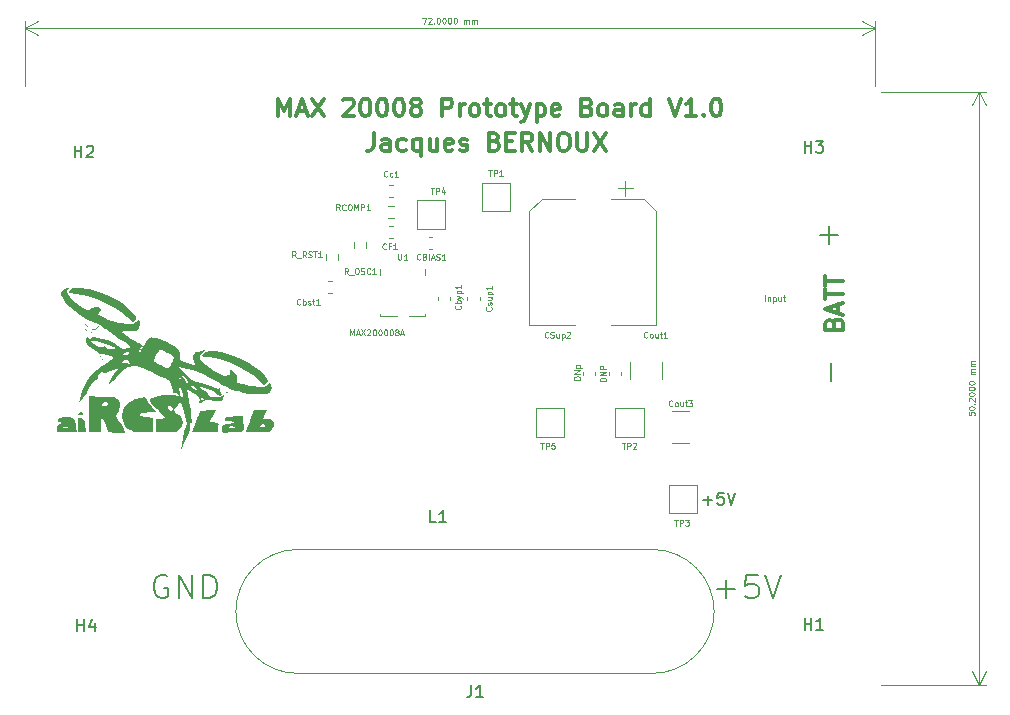
<source format=gbr>
%TF.GenerationSoftware,KiCad,Pcbnew,(6.0.8)*%
%TF.CreationDate,2023-02-08T18:10:39+01:00*%
%TF.ProjectId,power supply prototype,706f7765-7220-4737-9570-706c79207072,rev?*%
%TF.SameCoordinates,Original*%
%TF.FileFunction,Legend,Top*%
%TF.FilePolarity,Positive*%
%FSLAX46Y46*%
G04 Gerber Fmt 4.6, Leading zero omitted, Abs format (unit mm)*
G04 Created by KiCad (PCBNEW (6.0.8)) date 2023-02-08 18:10:39*
%MOMM*%
%LPD*%
G01*
G04 APERTURE LIST*
%ADD10C,0.200000*%
%ADD11C,0.300000*%
%ADD12C,0.150000*%
%ADD13C,0.100000*%
%ADD14C,0.010000*%
%ADD15C,0.120000*%
G04 APERTURE END LIST*
D10*
X167338095Y-80142857D02*
X168861904Y-80142857D01*
X168100000Y-80904761D02*
X168100000Y-79380952D01*
D11*
X121485714Y-70078571D02*
X121485714Y-68578571D01*
X121985714Y-69650000D01*
X122485714Y-68578571D01*
X122485714Y-70078571D01*
X123128571Y-69650000D02*
X123842857Y-69650000D01*
X122985714Y-70078571D02*
X123485714Y-68578571D01*
X123985714Y-70078571D01*
X124342857Y-68578571D02*
X125342857Y-70078571D01*
X125342857Y-68578571D02*
X124342857Y-70078571D01*
X126985714Y-68721428D02*
X127057142Y-68650000D01*
X127200000Y-68578571D01*
X127557142Y-68578571D01*
X127700000Y-68650000D01*
X127771428Y-68721428D01*
X127842857Y-68864285D01*
X127842857Y-69007142D01*
X127771428Y-69221428D01*
X126914285Y-70078571D01*
X127842857Y-70078571D01*
X128771428Y-68578571D02*
X128914285Y-68578571D01*
X129057142Y-68650000D01*
X129128571Y-68721428D01*
X129200000Y-68864285D01*
X129271428Y-69150000D01*
X129271428Y-69507142D01*
X129200000Y-69792857D01*
X129128571Y-69935714D01*
X129057142Y-70007142D01*
X128914285Y-70078571D01*
X128771428Y-70078571D01*
X128628571Y-70007142D01*
X128557142Y-69935714D01*
X128485714Y-69792857D01*
X128414285Y-69507142D01*
X128414285Y-69150000D01*
X128485714Y-68864285D01*
X128557142Y-68721428D01*
X128628571Y-68650000D01*
X128771428Y-68578571D01*
X130200000Y-68578571D02*
X130342857Y-68578571D01*
X130485714Y-68650000D01*
X130557142Y-68721428D01*
X130628571Y-68864285D01*
X130700000Y-69150000D01*
X130700000Y-69507142D01*
X130628571Y-69792857D01*
X130557142Y-69935714D01*
X130485714Y-70007142D01*
X130342857Y-70078571D01*
X130200000Y-70078571D01*
X130057142Y-70007142D01*
X129985714Y-69935714D01*
X129914285Y-69792857D01*
X129842857Y-69507142D01*
X129842857Y-69150000D01*
X129914285Y-68864285D01*
X129985714Y-68721428D01*
X130057142Y-68650000D01*
X130200000Y-68578571D01*
X131628571Y-68578571D02*
X131771428Y-68578571D01*
X131914285Y-68650000D01*
X131985714Y-68721428D01*
X132057142Y-68864285D01*
X132128571Y-69150000D01*
X132128571Y-69507142D01*
X132057142Y-69792857D01*
X131985714Y-69935714D01*
X131914285Y-70007142D01*
X131771428Y-70078571D01*
X131628571Y-70078571D01*
X131485714Y-70007142D01*
X131414285Y-69935714D01*
X131342857Y-69792857D01*
X131271428Y-69507142D01*
X131271428Y-69150000D01*
X131342857Y-68864285D01*
X131414285Y-68721428D01*
X131485714Y-68650000D01*
X131628571Y-68578571D01*
X132985714Y-69221428D02*
X132842857Y-69150000D01*
X132771428Y-69078571D01*
X132700000Y-68935714D01*
X132700000Y-68864285D01*
X132771428Y-68721428D01*
X132842857Y-68650000D01*
X132985714Y-68578571D01*
X133271428Y-68578571D01*
X133414285Y-68650000D01*
X133485714Y-68721428D01*
X133557142Y-68864285D01*
X133557142Y-68935714D01*
X133485714Y-69078571D01*
X133414285Y-69150000D01*
X133271428Y-69221428D01*
X132985714Y-69221428D01*
X132842857Y-69292857D01*
X132771428Y-69364285D01*
X132700000Y-69507142D01*
X132700000Y-69792857D01*
X132771428Y-69935714D01*
X132842857Y-70007142D01*
X132985714Y-70078571D01*
X133271428Y-70078571D01*
X133414285Y-70007142D01*
X133485714Y-69935714D01*
X133557142Y-69792857D01*
X133557142Y-69507142D01*
X133485714Y-69364285D01*
X133414285Y-69292857D01*
X133271428Y-69221428D01*
X135342857Y-70078571D02*
X135342857Y-68578571D01*
X135914285Y-68578571D01*
X136057142Y-68650000D01*
X136128571Y-68721428D01*
X136200000Y-68864285D01*
X136200000Y-69078571D01*
X136128571Y-69221428D01*
X136057142Y-69292857D01*
X135914285Y-69364285D01*
X135342857Y-69364285D01*
X136842857Y-70078571D02*
X136842857Y-69078571D01*
X136842857Y-69364285D02*
X136914285Y-69221428D01*
X136985714Y-69150000D01*
X137128571Y-69078571D01*
X137271428Y-69078571D01*
X137985714Y-70078571D02*
X137842857Y-70007142D01*
X137771428Y-69935714D01*
X137700000Y-69792857D01*
X137700000Y-69364285D01*
X137771428Y-69221428D01*
X137842857Y-69150000D01*
X137985714Y-69078571D01*
X138200000Y-69078571D01*
X138342857Y-69150000D01*
X138414285Y-69221428D01*
X138485714Y-69364285D01*
X138485714Y-69792857D01*
X138414285Y-69935714D01*
X138342857Y-70007142D01*
X138200000Y-70078571D01*
X137985714Y-70078571D01*
X138914285Y-69078571D02*
X139485714Y-69078571D01*
X139128571Y-68578571D02*
X139128571Y-69864285D01*
X139200000Y-70007142D01*
X139342857Y-70078571D01*
X139485714Y-70078571D01*
X140200000Y-70078571D02*
X140057142Y-70007142D01*
X139985714Y-69935714D01*
X139914285Y-69792857D01*
X139914285Y-69364285D01*
X139985714Y-69221428D01*
X140057142Y-69150000D01*
X140200000Y-69078571D01*
X140414285Y-69078571D01*
X140557142Y-69150000D01*
X140628571Y-69221428D01*
X140700000Y-69364285D01*
X140700000Y-69792857D01*
X140628571Y-69935714D01*
X140557142Y-70007142D01*
X140414285Y-70078571D01*
X140200000Y-70078571D01*
X141128571Y-69078571D02*
X141700000Y-69078571D01*
X141342857Y-68578571D02*
X141342857Y-69864285D01*
X141414285Y-70007142D01*
X141557142Y-70078571D01*
X141700000Y-70078571D01*
X142057142Y-69078571D02*
X142414285Y-70078571D01*
X142771428Y-69078571D02*
X142414285Y-70078571D01*
X142271428Y-70435714D01*
X142200000Y-70507142D01*
X142057142Y-70578571D01*
X143342857Y-69078571D02*
X143342857Y-70578571D01*
X143342857Y-69150000D02*
X143485714Y-69078571D01*
X143771428Y-69078571D01*
X143914285Y-69150000D01*
X143985714Y-69221428D01*
X144057142Y-69364285D01*
X144057142Y-69792857D01*
X143985714Y-69935714D01*
X143914285Y-70007142D01*
X143771428Y-70078571D01*
X143485714Y-70078571D01*
X143342857Y-70007142D01*
X145271428Y-70007142D02*
X145128571Y-70078571D01*
X144842857Y-70078571D01*
X144700000Y-70007142D01*
X144628571Y-69864285D01*
X144628571Y-69292857D01*
X144700000Y-69150000D01*
X144842857Y-69078571D01*
X145128571Y-69078571D01*
X145271428Y-69150000D01*
X145342857Y-69292857D01*
X145342857Y-69435714D01*
X144628571Y-69578571D01*
X147628571Y-69292857D02*
X147842857Y-69364285D01*
X147914285Y-69435714D01*
X147985714Y-69578571D01*
X147985714Y-69792857D01*
X147914285Y-69935714D01*
X147842857Y-70007142D01*
X147700000Y-70078571D01*
X147128571Y-70078571D01*
X147128571Y-68578571D01*
X147628571Y-68578571D01*
X147771428Y-68650000D01*
X147842857Y-68721428D01*
X147914285Y-68864285D01*
X147914285Y-69007142D01*
X147842857Y-69150000D01*
X147771428Y-69221428D01*
X147628571Y-69292857D01*
X147128571Y-69292857D01*
X148842857Y-70078571D02*
X148700000Y-70007142D01*
X148628571Y-69935714D01*
X148557142Y-69792857D01*
X148557142Y-69364285D01*
X148628571Y-69221428D01*
X148700000Y-69150000D01*
X148842857Y-69078571D01*
X149057142Y-69078571D01*
X149200000Y-69150000D01*
X149271428Y-69221428D01*
X149342857Y-69364285D01*
X149342857Y-69792857D01*
X149271428Y-69935714D01*
X149200000Y-70007142D01*
X149057142Y-70078571D01*
X148842857Y-70078571D01*
X150628571Y-70078571D02*
X150628571Y-69292857D01*
X150557142Y-69150000D01*
X150414285Y-69078571D01*
X150128571Y-69078571D01*
X149985714Y-69150000D01*
X150628571Y-70007142D02*
X150485714Y-70078571D01*
X150128571Y-70078571D01*
X149985714Y-70007142D01*
X149914285Y-69864285D01*
X149914285Y-69721428D01*
X149985714Y-69578571D01*
X150128571Y-69507142D01*
X150485714Y-69507142D01*
X150628571Y-69435714D01*
X151342857Y-70078571D02*
X151342857Y-69078571D01*
X151342857Y-69364285D02*
X151414285Y-69221428D01*
X151485714Y-69150000D01*
X151628571Y-69078571D01*
X151771428Y-69078571D01*
X152914285Y-70078571D02*
X152914285Y-68578571D01*
X152914285Y-70007142D02*
X152771428Y-70078571D01*
X152485714Y-70078571D01*
X152342857Y-70007142D01*
X152271428Y-69935714D01*
X152200000Y-69792857D01*
X152200000Y-69364285D01*
X152271428Y-69221428D01*
X152342857Y-69150000D01*
X152485714Y-69078571D01*
X152771428Y-69078571D01*
X152914285Y-69150000D01*
X154557142Y-68578571D02*
X155057142Y-70078571D01*
X155557142Y-68578571D01*
X156842857Y-70078571D02*
X155985714Y-70078571D01*
X156414285Y-70078571D02*
X156414285Y-68578571D01*
X156271428Y-68792857D01*
X156128571Y-68935714D01*
X155985714Y-69007142D01*
X157485714Y-69935714D02*
X157557142Y-70007142D01*
X157485714Y-70078571D01*
X157414285Y-70007142D01*
X157485714Y-69935714D01*
X157485714Y-70078571D01*
X158485714Y-68578571D02*
X158628571Y-68578571D01*
X158771428Y-68650000D01*
X158842857Y-68721428D01*
X158914285Y-68864285D01*
X158985714Y-69150000D01*
X158985714Y-69507142D01*
X158914285Y-69792857D01*
X158842857Y-69935714D01*
X158771428Y-70007142D01*
X158628571Y-70078571D01*
X158485714Y-70078571D01*
X158342857Y-70007142D01*
X158271428Y-69935714D01*
X158200000Y-69792857D01*
X158128571Y-69507142D01*
X158128571Y-69150000D01*
X158200000Y-68864285D01*
X158271428Y-68721428D01*
X158342857Y-68650000D01*
X158485714Y-68578571D01*
X129564285Y-71478571D02*
X129564285Y-72550000D01*
X129492857Y-72764285D01*
X129350000Y-72907142D01*
X129135714Y-72978571D01*
X128992857Y-72978571D01*
X130921428Y-72978571D02*
X130921428Y-72192857D01*
X130850000Y-72050000D01*
X130707142Y-71978571D01*
X130421428Y-71978571D01*
X130278571Y-72050000D01*
X130921428Y-72907142D02*
X130778571Y-72978571D01*
X130421428Y-72978571D01*
X130278571Y-72907142D01*
X130207142Y-72764285D01*
X130207142Y-72621428D01*
X130278571Y-72478571D01*
X130421428Y-72407142D01*
X130778571Y-72407142D01*
X130921428Y-72335714D01*
X132278571Y-72907142D02*
X132135714Y-72978571D01*
X131850000Y-72978571D01*
X131707142Y-72907142D01*
X131635714Y-72835714D01*
X131564285Y-72692857D01*
X131564285Y-72264285D01*
X131635714Y-72121428D01*
X131707142Y-72050000D01*
X131850000Y-71978571D01*
X132135714Y-71978571D01*
X132278571Y-72050000D01*
X133564285Y-71978571D02*
X133564285Y-73478571D01*
X133564285Y-72907142D02*
X133421428Y-72978571D01*
X133135714Y-72978571D01*
X132992857Y-72907142D01*
X132921428Y-72835714D01*
X132850000Y-72692857D01*
X132850000Y-72264285D01*
X132921428Y-72121428D01*
X132992857Y-72050000D01*
X133135714Y-71978571D01*
X133421428Y-71978571D01*
X133564285Y-72050000D01*
X134921428Y-71978571D02*
X134921428Y-72978571D01*
X134278571Y-71978571D02*
X134278571Y-72764285D01*
X134350000Y-72907142D01*
X134492857Y-72978571D01*
X134707142Y-72978571D01*
X134850000Y-72907142D01*
X134921428Y-72835714D01*
X136207142Y-72907142D02*
X136064285Y-72978571D01*
X135778571Y-72978571D01*
X135635714Y-72907142D01*
X135564285Y-72764285D01*
X135564285Y-72192857D01*
X135635714Y-72050000D01*
X135778571Y-71978571D01*
X136064285Y-71978571D01*
X136207142Y-72050000D01*
X136278571Y-72192857D01*
X136278571Y-72335714D01*
X135564285Y-72478571D01*
X136850000Y-72907142D02*
X136992857Y-72978571D01*
X137278571Y-72978571D01*
X137421428Y-72907142D01*
X137492857Y-72764285D01*
X137492857Y-72692857D01*
X137421428Y-72550000D01*
X137278571Y-72478571D01*
X137064285Y-72478571D01*
X136921428Y-72407142D01*
X136850000Y-72264285D01*
X136850000Y-72192857D01*
X136921428Y-72050000D01*
X137064285Y-71978571D01*
X137278571Y-71978571D01*
X137421428Y-72050000D01*
X139778571Y-72192857D02*
X139992857Y-72264285D01*
X140064285Y-72335714D01*
X140135714Y-72478571D01*
X140135714Y-72692857D01*
X140064285Y-72835714D01*
X139992857Y-72907142D01*
X139850000Y-72978571D01*
X139278571Y-72978571D01*
X139278571Y-71478571D01*
X139778571Y-71478571D01*
X139921428Y-71550000D01*
X139992857Y-71621428D01*
X140064285Y-71764285D01*
X140064285Y-71907142D01*
X139992857Y-72050000D01*
X139921428Y-72121428D01*
X139778571Y-72192857D01*
X139278571Y-72192857D01*
X140778571Y-72192857D02*
X141278571Y-72192857D01*
X141492857Y-72978571D02*
X140778571Y-72978571D01*
X140778571Y-71478571D01*
X141492857Y-71478571D01*
X142992857Y-72978571D02*
X142492857Y-72264285D01*
X142135714Y-72978571D02*
X142135714Y-71478571D01*
X142707142Y-71478571D01*
X142850000Y-71550000D01*
X142921428Y-71621428D01*
X142992857Y-71764285D01*
X142992857Y-71978571D01*
X142921428Y-72121428D01*
X142850000Y-72192857D01*
X142707142Y-72264285D01*
X142135714Y-72264285D01*
X143635714Y-72978571D02*
X143635714Y-71478571D01*
X144492857Y-72978571D01*
X144492857Y-71478571D01*
X145492857Y-71478571D02*
X145778571Y-71478571D01*
X145921428Y-71550000D01*
X146064285Y-71692857D01*
X146135714Y-71978571D01*
X146135714Y-72478571D01*
X146064285Y-72764285D01*
X145921428Y-72907142D01*
X145778571Y-72978571D01*
X145492857Y-72978571D01*
X145350000Y-72907142D01*
X145207142Y-72764285D01*
X145135714Y-72478571D01*
X145135714Y-71978571D01*
X145207142Y-71692857D01*
X145350000Y-71550000D01*
X145492857Y-71478571D01*
X146778571Y-71478571D02*
X146778571Y-72692857D01*
X146850000Y-72835714D01*
X146921428Y-72907142D01*
X147064285Y-72978571D01*
X147350000Y-72978571D01*
X147492857Y-72907142D01*
X147564285Y-72835714D01*
X147635714Y-72692857D01*
X147635714Y-71478571D01*
X148207142Y-71478571D02*
X149207142Y-72978571D01*
X149207142Y-71478571D02*
X148207142Y-72978571D01*
D10*
X168242857Y-92461904D02*
X168242857Y-90938095D01*
X112076190Y-109000000D02*
X111885714Y-108904761D01*
X111600000Y-108904761D01*
X111314285Y-109000000D01*
X111123809Y-109190476D01*
X111028571Y-109380952D01*
X110933333Y-109761904D01*
X110933333Y-110047619D01*
X111028571Y-110428571D01*
X111123809Y-110619047D01*
X111314285Y-110809523D01*
X111600000Y-110904761D01*
X111790476Y-110904761D01*
X112076190Y-110809523D01*
X112171428Y-110714285D01*
X112171428Y-110047619D01*
X111790476Y-110047619D01*
X113028571Y-110904761D02*
X113028571Y-108904761D01*
X114171428Y-110904761D01*
X114171428Y-108904761D01*
X115123809Y-110904761D02*
X115123809Y-108904761D01*
X115600000Y-108904761D01*
X115885714Y-109000000D01*
X116076190Y-109190476D01*
X116171428Y-109380952D01*
X116266666Y-109761904D01*
X116266666Y-110047619D01*
X116171428Y-110428571D01*
X116076190Y-110619047D01*
X115885714Y-110809523D01*
X115600000Y-110904761D01*
X115123809Y-110904761D01*
X158628571Y-110142857D02*
X160152380Y-110142857D01*
X159390476Y-110904761D02*
X159390476Y-109380952D01*
X162057142Y-108904761D02*
X161104761Y-108904761D01*
X161009523Y-109857142D01*
X161104761Y-109761904D01*
X161295238Y-109666666D01*
X161771428Y-109666666D01*
X161961904Y-109761904D01*
X162057142Y-109857142D01*
X162152380Y-110047619D01*
X162152380Y-110523809D01*
X162057142Y-110714285D01*
X161961904Y-110809523D01*
X161771428Y-110904761D01*
X161295238Y-110904761D01*
X161104761Y-110809523D01*
X161009523Y-110714285D01*
X162723809Y-108904761D02*
X163390476Y-110904761D01*
X164057142Y-108904761D01*
D11*
X168492857Y-87650000D02*
X168564285Y-87435714D01*
X168635714Y-87364285D01*
X168778571Y-87292857D01*
X168992857Y-87292857D01*
X169135714Y-87364285D01*
X169207142Y-87435714D01*
X169278571Y-87578571D01*
X169278571Y-88150000D01*
X167778571Y-88150000D01*
X167778571Y-87650000D01*
X167850000Y-87507142D01*
X167921428Y-87435714D01*
X168064285Y-87364285D01*
X168207142Y-87364285D01*
X168350000Y-87435714D01*
X168421428Y-87507142D01*
X168492857Y-87650000D01*
X168492857Y-88150000D01*
X168850000Y-86721428D02*
X168850000Y-86007142D01*
X169278571Y-86864285D02*
X167778571Y-86364285D01*
X169278571Y-85864285D01*
X167778571Y-85578571D02*
X167778571Y-84721428D01*
X169278571Y-85150000D02*
X167778571Y-85150000D01*
X167778571Y-84435714D02*
X167778571Y-83578571D01*
X169278571Y-84007142D02*
X167778571Y-84007142D01*
D12*
X157464285Y-102571428D02*
X158226190Y-102571428D01*
X157845238Y-102952380D02*
X157845238Y-102190476D01*
X159178571Y-101952380D02*
X158702380Y-101952380D01*
X158654761Y-102428571D01*
X158702380Y-102380952D01*
X158797619Y-102333333D01*
X159035714Y-102333333D01*
X159130952Y-102380952D01*
X159178571Y-102428571D01*
X159226190Y-102523809D01*
X159226190Y-102761904D01*
X159178571Y-102857142D01*
X159130952Y-102904761D01*
X159035714Y-102952380D01*
X158797619Y-102952380D01*
X158702380Y-102904761D01*
X158654761Y-102857142D01*
X159511904Y-101952380D02*
X159845238Y-102952380D01*
X160178571Y-101952380D01*
D13*
X133666666Y-61726190D02*
X134000000Y-61726190D01*
X133785714Y-62226190D01*
X134166666Y-61773809D02*
X134190476Y-61750000D01*
X134238095Y-61726190D01*
X134357142Y-61726190D01*
X134404761Y-61750000D01*
X134428571Y-61773809D01*
X134452380Y-61821428D01*
X134452380Y-61869047D01*
X134428571Y-61940476D01*
X134142857Y-62226190D01*
X134452380Y-62226190D01*
X134666666Y-62178571D02*
X134690476Y-62202380D01*
X134666666Y-62226190D01*
X134642857Y-62202380D01*
X134666666Y-62178571D01*
X134666666Y-62226190D01*
X135000000Y-61726190D02*
X135047619Y-61726190D01*
X135095238Y-61750000D01*
X135119047Y-61773809D01*
X135142857Y-61821428D01*
X135166666Y-61916666D01*
X135166666Y-62035714D01*
X135142857Y-62130952D01*
X135119047Y-62178571D01*
X135095238Y-62202380D01*
X135047619Y-62226190D01*
X135000000Y-62226190D01*
X134952380Y-62202380D01*
X134928571Y-62178571D01*
X134904761Y-62130952D01*
X134880952Y-62035714D01*
X134880952Y-61916666D01*
X134904761Y-61821428D01*
X134928571Y-61773809D01*
X134952380Y-61750000D01*
X135000000Y-61726190D01*
X135476190Y-61726190D02*
X135523809Y-61726190D01*
X135571428Y-61750000D01*
X135595238Y-61773809D01*
X135619047Y-61821428D01*
X135642857Y-61916666D01*
X135642857Y-62035714D01*
X135619047Y-62130952D01*
X135595238Y-62178571D01*
X135571428Y-62202380D01*
X135523809Y-62226190D01*
X135476190Y-62226190D01*
X135428571Y-62202380D01*
X135404761Y-62178571D01*
X135380952Y-62130952D01*
X135357142Y-62035714D01*
X135357142Y-61916666D01*
X135380952Y-61821428D01*
X135404761Y-61773809D01*
X135428571Y-61750000D01*
X135476190Y-61726190D01*
X135952380Y-61726190D02*
X136000000Y-61726190D01*
X136047619Y-61750000D01*
X136071428Y-61773809D01*
X136095238Y-61821428D01*
X136119047Y-61916666D01*
X136119047Y-62035714D01*
X136095238Y-62130952D01*
X136071428Y-62178571D01*
X136047619Y-62202380D01*
X136000000Y-62226190D01*
X135952380Y-62226190D01*
X135904761Y-62202380D01*
X135880952Y-62178571D01*
X135857142Y-62130952D01*
X135833333Y-62035714D01*
X135833333Y-61916666D01*
X135857142Y-61821428D01*
X135880952Y-61773809D01*
X135904761Y-61750000D01*
X135952380Y-61726190D01*
X136428571Y-61726190D02*
X136476190Y-61726190D01*
X136523809Y-61750000D01*
X136547619Y-61773809D01*
X136571428Y-61821428D01*
X136595238Y-61916666D01*
X136595238Y-62035714D01*
X136571428Y-62130952D01*
X136547619Y-62178571D01*
X136523809Y-62202380D01*
X136476190Y-62226190D01*
X136428571Y-62226190D01*
X136380952Y-62202380D01*
X136357142Y-62178571D01*
X136333333Y-62130952D01*
X136309523Y-62035714D01*
X136309523Y-61916666D01*
X136333333Y-61821428D01*
X136357142Y-61773809D01*
X136380952Y-61750000D01*
X136428571Y-61726190D01*
X137190476Y-62226190D02*
X137190476Y-61892857D01*
X137190476Y-61940476D02*
X137214285Y-61916666D01*
X137261904Y-61892857D01*
X137333333Y-61892857D01*
X137380952Y-61916666D01*
X137404761Y-61964285D01*
X137404761Y-62226190D01*
X137404761Y-61964285D02*
X137428571Y-61916666D01*
X137476190Y-61892857D01*
X137547619Y-61892857D01*
X137595238Y-61916666D01*
X137619047Y-61964285D01*
X137619047Y-62226190D01*
X137857142Y-62226190D02*
X137857142Y-61892857D01*
X137857142Y-61940476D02*
X137880952Y-61916666D01*
X137928571Y-61892857D01*
X138000000Y-61892857D01*
X138047619Y-61916666D01*
X138071428Y-61964285D01*
X138071428Y-62226190D01*
X138071428Y-61964285D02*
X138095238Y-61916666D01*
X138142857Y-61892857D01*
X138214285Y-61892857D01*
X138261904Y-61916666D01*
X138285714Y-61964285D01*
X138285714Y-62226190D01*
X172000000Y-67500000D02*
X172000000Y-62013580D01*
X100000000Y-67500000D02*
X100000000Y-62013580D01*
X172000000Y-62600000D02*
X100000000Y-62600000D01*
X172000000Y-62600000D02*
X100000000Y-62600000D01*
X172000000Y-62600000D02*
X170873496Y-62013579D01*
X172000000Y-62600000D02*
X170873496Y-63186421D01*
X100000000Y-62600000D02*
X101126504Y-63186421D01*
X100000000Y-62600000D02*
X101126504Y-62013579D01*
X179926190Y-95147619D02*
X179926190Y-95385714D01*
X180164285Y-95409523D01*
X180140476Y-95385714D01*
X180116666Y-95338095D01*
X180116666Y-95219047D01*
X180140476Y-95171428D01*
X180164285Y-95147619D01*
X180211904Y-95123809D01*
X180330952Y-95123809D01*
X180378571Y-95147619D01*
X180402380Y-95171428D01*
X180426190Y-95219047D01*
X180426190Y-95338095D01*
X180402380Y-95385714D01*
X180378571Y-95409523D01*
X179926190Y-94814285D02*
X179926190Y-94766666D01*
X179950000Y-94719047D01*
X179973809Y-94695238D01*
X180021428Y-94671428D01*
X180116666Y-94647619D01*
X180235714Y-94647619D01*
X180330952Y-94671428D01*
X180378571Y-94695238D01*
X180402380Y-94719047D01*
X180426190Y-94766666D01*
X180426190Y-94814285D01*
X180402380Y-94861904D01*
X180378571Y-94885714D01*
X180330952Y-94909523D01*
X180235714Y-94933333D01*
X180116666Y-94933333D01*
X180021428Y-94909523D01*
X179973809Y-94885714D01*
X179950000Y-94861904D01*
X179926190Y-94814285D01*
X180378571Y-94433333D02*
X180402380Y-94409523D01*
X180426190Y-94433333D01*
X180402380Y-94457142D01*
X180378571Y-94433333D01*
X180426190Y-94433333D01*
X179973809Y-94219047D02*
X179950000Y-94195238D01*
X179926190Y-94147619D01*
X179926190Y-94028571D01*
X179950000Y-93980952D01*
X179973809Y-93957142D01*
X180021428Y-93933333D01*
X180069047Y-93933333D01*
X180140476Y-93957142D01*
X180426190Y-94242857D01*
X180426190Y-93933333D01*
X179926190Y-93623809D02*
X179926190Y-93576190D01*
X179950000Y-93528571D01*
X179973809Y-93504761D01*
X180021428Y-93480952D01*
X180116666Y-93457142D01*
X180235714Y-93457142D01*
X180330952Y-93480952D01*
X180378571Y-93504761D01*
X180402380Y-93528571D01*
X180426190Y-93576190D01*
X180426190Y-93623809D01*
X180402380Y-93671428D01*
X180378571Y-93695238D01*
X180330952Y-93719047D01*
X180235714Y-93742857D01*
X180116666Y-93742857D01*
X180021428Y-93719047D01*
X179973809Y-93695238D01*
X179950000Y-93671428D01*
X179926190Y-93623809D01*
X179926190Y-93147619D02*
X179926190Y-93100000D01*
X179950000Y-93052380D01*
X179973809Y-93028571D01*
X180021428Y-93004761D01*
X180116666Y-92980952D01*
X180235714Y-92980952D01*
X180330952Y-93004761D01*
X180378571Y-93028571D01*
X180402380Y-93052380D01*
X180426190Y-93100000D01*
X180426190Y-93147619D01*
X180402380Y-93195238D01*
X180378571Y-93219047D01*
X180330952Y-93242857D01*
X180235714Y-93266666D01*
X180116666Y-93266666D01*
X180021428Y-93242857D01*
X179973809Y-93219047D01*
X179950000Y-93195238D01*
X179926190Y-93147619D01*
X179926190Y-92671428D02*
X179926190Y-92623809D01*
X179950000Y-92576190D01*
X179973809Y-92552380D01*
X180021428Y-92528571D01*
X180116666Y-92504761D01*
X180235714Y-92504761D01*
X180330952Y-92528571D01*
X180378571Y-92552380D01*
X180402380Y-92576190D01*
X180426190Y-92623809D01*
X180426190Y-92671428D01*
X180402380Y-92719047D01*
X180378571Y-92742857D01*
X180330952Y-92766666D01*
X180235714Y-92790476D01*
X180116666Y-92790476D01*
X180021428Y-92766666D01*
X179973809Y-92742857D01*
X179950000Y-92719047D01*
X179926190Y-92671428D01*
X180426190Y-91909523D02*
X180092857Y-91909523D01*
X180140476Y-91909523D02*
X180116666Y-91885714D01*
X180092857Y-91838095D01*
X180092857Y-91766666D01*
X180116666Y-91719047D01*
X180164285Y-91695238D01*
X180426190Y-91695238D01*
X180164285Y-91695238D02*
X180116666Y-91671428D01*
X180092857Y-91623809D01*
X180092857Y-91552380D01*
X180116666Y-91504761D01*
X180164285Y-91480952D01*
X180426190Y-91480952D01*
X180426190Y-91242857D02*
X180092857Y-91242857D01*
X180140476Y-91242857D02*
X180116666Y-91219047D01*
X180092857Y-91171428D01*
X180092857Y-91100000D01*
X180116666Y-91052380D01*
X180164285Y-91028571D01*
X180426190Y-91028571D01*
X180164285Y-91028571D02*
X180116666Y-91004761D01*
X180092857Y-90957142D01*
X180092857Y-90885714D01*
X180116666Y-90838095D01*
X180164285Y-90814285D01*
X180426190Y-90814285D01*
X172500000Y-118200000D02*
X181386420Y-118200000D01*
X172500000Y-68000000D02*
X181386420Y-68000000D01*
X180800000Y-118200000D02*
X180800000Y-68000000D01*
X180800000Y-118200000D02*
X180800000Y-68000000D01*
X180800000Y-118200000D02*
X181386421Y-117073496D01*
X180800000Y-118200000D02*
X180213579Y-117073496D01*
X180800000Y-68000000D02*
X180213579Y-69126504D01*
X180800000Y-68000000D02*
X181386421Y-69126504D01*
%TO.C,CSup2*%
X144326190Y-88778571D02*
X144302380Y-88802380D01*
X144230952Y-88826190D01*
X144183333Y-88826190D01*
X144111904Y-88802380D01*
X144064285Y-88754761D01*
X144040476Y-88707142D01*
X144016666Y-88611904D01*
X144016666Y-88540476D01*
X144040476Y-88445238D01*
X144064285Y-88397619D01*
X144111904Y-88350000D01*
X144183333Y-88326190D01*
X144230952Y-88326190D01*
X144302380Y-88350000D01*
X144326190Y-88373809D01*
X144516666Y-88802380D02*
X144588095Y-88826190D01*
X144707142Y-88826190D01*
X144754761Y-88802380D01*
X144778571Y-88778571D01*
X144802380Y-88730952D01*
X144802380Y-88683333D01*
X144778571Y-88635714D01*
X144754761Y-88611904D01*
X144707142Y-88588095D01*
X144611904Y-88564285D01*
X144564285Y-88540476D01*
X144540476Y-88516666D01*
X144516666Y-88469047D01*
X144516666Y-88421428D01*
X144540476Y-88373809D01*
X144564285Y-88350000D01*
X144611904Y-88326190D01*
X144730952Y-88326190D01*
X144802380Y-88350000D01*
X145230952Y-88492857D02*
X145230952Y-88826190D01*
X145016666Y-88492857D02*
X145016666Y-88754761D01*
X145040476Y-88802380D01*
X145088095Y-88826190D01*
X145159523Y-88826190D01*
X145207142Y-88802380D01*
X145230952Y-88778571D01*
X145469047Y-88492857D02*
X145469047Y-88992857D01*
X145469047Y-88516666D02*
X145516666Y-88492857D01*
X145611904Y-88492857D01*
X145659523Y-88516666D01*
X145683333Y-88540476D01*
X145707142Y-88588095D01*
X145707142Y-88730952D01*
X145683333Y-88778571D01*
X145659523Y-88802380D01*
X145611904Y-88826190D01*
X145516666Y-88826190D01*
X145469047Y-88802380D01*
X145897619Y-88373809D02*
X145921428Y-88350000D01*
X145969047Y-88326190D01*
X146088095Y-88326190D01*
X146135714Y-88350000D01*
X146159523Y-88373809D01*
X146183333Y-88421428D01*
X146183333Y-88469047D01*
X146159523Y-88540476D01*
X145873809Y-88826190D01*
X146183333Y-88826190D01*
%TO.C,U1*%
X131619047Y-81726190D02*
X131619047Y-82130952D01*
X131642857Y-82178571D01*
X131666666Y-82202380D01*
X131714285Y-82226190D01*
X131809523Y-82226190D01*
X131857142Y-82202380D01*
X131880952Y-82178571D01*
X131904761Y-82130952D01*
X131904761Y-81726190D01*
X132404761Y-82226190D02*
X132119047Y-82226190D01*
X132261904Y-82226190D02*
X132261904Y-81726190D01*
X132214285Y-81797619D01*
X132166666Y-81845238D01*
X132119047Y-81869047D01*
D14*
X127538095Y-88626190D02*
X127538095Y-88126190D01*
X127704761Y-88483333D01*
X127871428Y-88126190D01*
X127871428Y-88626190D01*
X128085714Y-88483333D02*
X128323809Y-88483333D01*
X128038095Y-88626190D02*
X128204761Y-88126190D01*
X128371428Y-88626190D01*
X128490476Y-88126190D02*
X128823809Y-88626190D01*
X128823809Y-88126190D02*
X128490476Y-88626190D01*
X128990476Y-88173809D02*
X129014285Y-88150000D01*
X129061904Y-88126190D01*
X129180952Y-88126190D01*
X129228571Y-88150000D01*
X129252380Y-88173809D01*
X129276190Y-88221428D01*
X129276190Y-88269047D01*
X129252380Y-88340476D01*
X128966666Y-88626190D01*
X129276190Y-88626190D01*
X129585714Y-88126190D02*
X129633333Y-88126190D01*
X129680952Y-88150000D01*
X129704761Y-88173809D01*
X129728571Y-88221428D01*
X129752380Y-88316666D01*
X129752380Y-88435714D01*
X129728571Y-88530952D01*
X129704761Y-88578571D01*
X129680952Y-88602380D01*
X129633333Y-88626190D01*
X129585714Y-88626190D01*
X129538095Y-88602380D01*
X129514285Y-88578571D01*
X129490476Y-88530952D01*
X129466666Y-88435714D01*
X129466666Y-88316666D01*
X129490476Y-88221428D01*
X129514285Y-88173809D01*
X129538095Y-88150000D01*
X129585714Y-88126190D01*
X130061904Y-88126190D02*
X130109523Y-88126190D01*
X130157142Y-88150000D01*
X130180952Y-88173809D01*
X130204761Y-88221428D01*
X130228571Y-88316666D01*
X130228571Y-88435714D01*
X130204761Y-88530952D01*
X130180952Y-88578571D01*
X130157142Y-88602380D01*
X130109523Y-88626190D01*
X130061904Y-88626190D01*
X130014285Y-88602380D01*
X129990476Y-88578571D01*
X129966666Y-88530952D01*
X129942857Y-88435714D01*
X129942857Y-88316666D01*
X129966666Y-88221428D01*
X129990476Y-88173809D01*
X130014285Y-88150000D01*
X130061904Y-88126190D01*
X130538095Y-88126190D02*
X130585714Y-88126190D01*
X130633333Y-88150000D01*
X130657142Y-88173809D01*
X130680952Y-88221428D01*
X130704761Y-88316666D01*
X130704761Y-88435714D01*
X130680952Y-88530952D01*
X130657142Y-88578571D01*
X130633333Y-88602380D01*
X130585714Y-88626190D01*
X130538095Y-88626190D01*
X130490476Y-88602380D01*
X130466666Y-88578571D01*
X130442857Y-88530952D01*
X130419047Y-88435714D01*
X130419047Y-88316666D01*
X130442857Y-88221428D01*
X130466666Y-88173809D01*
X130490476Y-88150000D01*
X130538095Y-88126190D01*
X131014285Y-88126190D02*
X131061904Y-88126190D01*
X131109523Y-88150000D01*
X131133333Y-88173809D01*
X131157142Y-88221428D01*
X131180952Y-88316666D01*
X131180952Y-88435714D01*
X131157142Y-88530952D01*
X131133333Y-88578571D01*
X131109523Y-88602380D01*
X131061904Y-88626190D01*
X131014285Y-88626190D01*
X130966666Y-88602380D01*
X130942857Y-88578571D01*
X130919047Y-88530952D01*
X130895238Y-88435714D01*
X130895238Y-88316666D01*
X130919047Y-88221428D01*
X130942857Y-88173809D01*
X130966666Y-88150000D01*
X131014285Y-88126190D01*
X131466666Y-88340476D02*
X131419047Y-88316666D01*
X131395238Y-88292857D01*
X131371428Y-88245238D01*
X131371428Y-88221428D01*
X131395238Y-88173809D01*
X131419047Y-88150000D01*
X131466666Y-88126190D01*
X131561904Y-88126190D01*
X131609523Y-88150000D01*
X131633333Y-88173809D01*
X131657142Y-88221428D01*
X131657142Y-88245238D01*
X131633333Y-88292857D01*
X131609523Y-88316666D01*
X131561904Y-88340476D01*
X131466666Y-88340476D01*
X131419047Y-88364285D01*
X131395238Y-88388095D01*
X131371428Y-88435714D01*
X131371428Y-88530952D01*
X131395238Y-88578571D01*
X131419047Y-88602380D01*
X131466666Y-88626190D01*
X131561904Y-88626190D01*
X131609523Y-88602380D01*
X131633333Y-88578571D01*
X131657142Y-88530952D01*
X131657142Y-88435714D01*
X131633333Y-88388095D01*
X131609523Y-88364285D01*
X131561904Y-88340476D01*
X131847619Y-88483333D02*
X132085714Y-88483333D01*
X131800000Y-88626190D02*
X131966666Y-88126190D01*
X132133333Y-88626190D01*
D13*
%TO.C,Cbyp1*%
X136878571Y-86126190D02*
X136902380Y-86150000D01*
X136926190Y-86221428D01*
X136926190Y-86269047D01*
X136902380Y-86340476D01*
X136854761Y-86388095D01*
X136807142Y-86411904D01*
X136711904Y-86435714D01*
X136640476Y-86435714D01*
X136545238Y-86411904D01*
X136497619Y-86388095D01*
X136450000Y-86340476D01*
X136426190Y-86269047D01*
X136426190Y-86221428D01*
X136450000Y-86150000D01*
X136473809Y-86126190D01*
X136926190Y-85911904D02*
X136426190Y-85911904D01*
X136616666Y-85911904D02*
X136592857Y-85864285D01*
X136592857Y-85769047D01*
X136616666Y-85721428D01*
X136640476Y-85697619D01*
X136688095Y-85673809D01*
X136830952Y-85673809D01*
X136878571Y-85697619D01*
X136902380Y-85721428D01*
X136926190Y-85769047D01*
X136926190Y-85864285D01*
X136902380Y-85911904D01*
X136592857Y-85507142D02*
X136926190Y-85388095D01*
X136592857Y-85269047D02*
X136926190Y-85388095D01*
X137045238Y-85435714D01*
X137069047Y-85459523D01*
X137092857Y-85507142D01*
X136592857Y-85078571D02*
X137092857Y-85078571D01*
X136616666Y-85078571D02*
X136592857Y-85030952D01*
X136592857Y-84935714D01*
X136616666Y-84888095D01*
X136640476Y-84864285D01*
X136688095Y-84840476D01*
X136830952Y-84840476D01*
X136878571Y-84864285D01*
X136902380Y-84888095D01*
X136926190Y-84935714D01*
X136926190Y-85030952D01*
X136902380Y-85078571D01*
X136926190Y-84364285D02*
X136926190Y-84650000D01*
X136926190Y-84507142D02*
X136426190Y-84507142D01*
X136497619Y-84554761D01*
X136545238Y-84602380D01*
X136569047Y-84650000D01*
%TO.C,TP4*%
X134369047Y-76128190D02*
X134654761Y-76128190D01*
X134511904Y-76628190D02*
X134511904Y-76128190D01*
X134821428Y-76628190D02*
X134821428Y-76128190D01*
X135011904Y-76128190D01*
X135059523Y-76152000D01*
X135083333Y-76175809D01*
X135107142Y-76223428D01*
X135107142Y-76294857D01*
X135083333Y-76342476D01*
X135059523Y-76366285D01*
X135011904Y-76390095D01*
X134821428Y-76390095D01*
X135535714Y-76294857D02*
X135535714Y-76628190D01*
X135416666Y-76104380D02*
X135297619Y-76461523D01*
X135607142Y-76461523D01*
%TO.C,DNp*%
X147026190Y-92381547D02*
X146526190Y-92381547D01*
X146526190Y-92262500D01*
X146550000Y-92191071D01*
X146597619Y-92143452D01*
X146645238Y-92119642D01*
X146740476Y-92095833D01*
X146811904Y-92095833D01*
X146907142Y-92119642D01*
X146954761Y-92143452D01*
X147002380Y-92191071D01*
X147026190Y-92262500D01*
X147026190Y-92381547D01*
X147026190Y-91881547D02*
X146526190Y-91881547D01*
X147026190Y-91595833D01*
X146526190Y-91595833D01*
X146692857Y-91357738D02*
X147192857Y-91357738D01*
X146716666Y-91357738D02*
X146692857Y-91310119D01*
X146692857Y-91214880D01*
X146716666Y-91167261D01*
X146740476Y-91143452D01*
X146788095Y-91119642D01*
X146930952Y-91119642D01*
X146978571Y-91143452D01*
X147002380Y-91167261D01*
X147026190Y-91214880D01*
X147026190Y-91310119D01*
X147002380Y-91357738D01*
D12*
%TO.C,H2*%
X104238095Y-73552380D02*
X104238095Y-72552380D01*
X104238095Y-73028571D02*
X104809523Y-73028571D01*
X104809523Y-73552380D02*
X104809523Y-72552380D01*
X105238095Y-72647619D02*
X105285714Y-72600000D01*
X105380952Y-72552380D01*
X105619047Y-72552380D01*
X105714285Y-72600000D01*
X105761904Y-72647619D01*
X105809523Y-72742857D01*
X105809523Y-72838095D01*
X105761904Y-72980952D01*
X105190476Y-73552380D01*
X105809523Y-73552380D01*
D13*
%TO.C,Cc1*%
X130702380Y-75148571D02*
X130678571Y-75172380D01*
X130607142Y-75196190D01*
X130559523Y-75196190D01*
X130488095Y-75172380D01*
X130440476Y-75124761D01*
X130416666Y-75077142D01*
X130392857Y-74981904D01*
X130392857Y-74910476D01*
X130416666Y-74815238D01*
X130440476Y-74767619D01*
X130488095Y-74720000D01*
X130559523Y-74696190D01*
X130607142Y-74696190D01*
X130678571Y-74720000D01*
X130702380Y-74743809D01*
X131130952Y-75172380D02*
X131083333Y-75196190D01*
X130988095Y-75196190D01*
X130940476Y-75172380D01*
X130916666Y-75148571D01*
X130892857Y-75100952D01*
X130892857Y-74958095D01*
X130916666Y-74910476D01*
X130940476Y-74886666D01*
X130988095Y-74862857D01*
X131083333Y-74862857D01*
X131130952Y-74886666D01*
X131607142Y-75196190D02*
X131321428Y-75196190D01*
X131464285Y-75196190D02*
X131464285Y-74696190D01*
X131416666Y-74767619D01*
X131369047Y-74815238D01*
X131321428Y-74839047D01*
%TO.C,Cout3*%
X154846428Y-94578571D02*
X154822619Y-94602380D01*
X154751190Y-94626190D01*
X154703571Y-94626190D01*
X154632142Y-94602380D01*
X154584523Y-94554761D01*
X154560714Y-94507142D01*
X154536904Y-94411904D01*
X154536904Y-94340476D01*
X154560714Y-94245238D01*
X154584523Y-94197619D01*
X154632142Y-94150000D01*
X154703571Y-94126190D01*
X154751190Y-94126190D01*
X154822619Y-94150000D01*
X154846428Y-94173809D01*
X155132142Y-94626190D02*
X155084523Y-94602380D01*
X155060714Y-94578571D01*
X155036904Y-94530952D01*
X155036904Y-94388095D01*
X155060714Y-94340476D01*
X155084523Y-94316666D01*
X155132142Y-94292857D01*
X155203571Y-94292857D01*
X155251190Y-94316666D01*
X155275000Y-94340476D01*
X155298809Y-94388095D01*
X155298809Y-94530952D01*
X155275000Y-94578571D01*
X155251190Y-94602380D01*
X155203571Y-94626190D01*
X155132142Y-94626190D01*
X155727380Y-94292857D02*
X155727380Y-94626190D01*
X155513095Y-94292857D02*
X155513095Y-94554761D01*
X155536904Y-94602380D01*
X155584523Y-94626190D01*
X155655952Y-94626190D01*
X155703571Y-94602380D01*
X155727380Y-94578571D01*
X155894047Y-94292857D02*
X156084523Y-94292857D01*
X155965476Y-94126190D02*
X155965476Y-94554761D01*
X155989285Y-94602380D01*
X156036904Y-94626190D01*
X156084523Y-94626190D01*
X156203571Y-94126190D02*
X156513095Y-94126190D01*
X156346428Y-94316666D01*
X156417857Y-94316666D01*
X156465476Y-94340476D01*
X156489285Y-94364285D01*
X156513095Y-94411904D01*
X156513095Y-94530952D01*
X156489285Y-94578571D01*
X156465476Y-94602380D01*
X156417857Y-94626190D01*
X156275000Y-94626190D01*
X156227380Y-94602380D01*
X156203571Y-94578571D01*
D12*
%TO.C,H1*%
X166038095Y-113552380D02*
X166038095Y-112552380D01*
X166038095Y-113028571D02*
X166609523Y-113028571D01*
X166609523Y-113552380D02*
X166609523Y-112552380D01*
X167609523Y-113552380D02*
X167038095Y-113552380D01*
X167323809Y-113552380D02*
X167323809Y-112552380D01*
X167228571Y-112695238D01*
X167133333Y-112790476D01*
X167038095Y-112838095D01*
%TO.C,L1*%
X134833333Y-104452380D02*
X134357142Y-104452380D01*
X134357142Y-103452380D01*
X135690476Y-104452380D02*
X135119047Y-104452380D01*
X135404761Y-104452380D02*
X135404761Y-103452380D01*
X135309523Y-103595238D01*
X135214285Y-103690476D01*
X135119047Y-103738095D01*
D13*
%TO.C,TP1*%
X139269047Y-74628190D02*
X139554761Y-74628190D01*
X139411904Y-75128190D02*
X139411904Y-74628190D01*
X139721428Y-75128190D02*
X139721428Y-74628190D01*
X139911904Y-74628190D01*
X139959523Y-74652000D01*
X139983333Y-74675809D01*
X140007142Y-74723428D01*
X140007142Y-74794857D01*
X139983333Y-74842476D01*
X139959523Y-74866285D01*
X139911904Y-74890095D01*
X139721428Y-74890095D01*
X140483333Y-75128190D02*
X140197619Y-75128190D01*
X140340476Y-75128190D02*
X140340476Y-74628190D01*
X140292857Y-74699619D01*
X140245238Y-74747238D01*
X140197619Y-74771047D01*
D12*
%TO.C,H3*%
X166038095Y-73152380D02*
X166038095Y-72152380D01*
X166038095Y-72628571D02*
X166609523Y-72628571D01*
X166609523Y-73152380D02*
X166609523Y-72152380D01*
X166990476Y-72152380D02*
X167609523Y-72152380D01*
X167276190Y-72533333D01*
X167419047Y-72533333D01*
X167514285Y-72580952D01*
X167561904Y-72628571D01*
X167609523Y-72723809D01*
X167609523Y-72961904D01*
X167561904Y-73057142D01*
X167514285Y-73104761D01*
X167419047Y-73152380D01*
X167133333Y-73152380D01*
X167038095Y-73104761D01*
X166990476Y-73057142D01*
D13*
%TO.C,CF1*%
X130602380Y-81278571D02*
X130578571Y-81302380D01*
X130507142Y-81326190D01*
X130459523Y-81326190D01*
X130388095Y-81302380D01*
X130340476Y-81254761D01*
X130316666Y-81207142D01*
X130292857Y-81111904D01*
X130292857Y-81040476D01*
X130316666Y-80945238D01*
X130340476Y-80897619D01*
X130388095Y-80850000D01*
X130459523Y-80826190D01*
X130507142Y-80826190D01*
X130578571Y-80850000D01*
X130602380Y-80873809D01*
X130983333Y-81064285D02*
X130816666Y-81064285D01*
X130816666Y-81326190D02*
X130816666Y-80826190D01*
X131054761Y-80826190D01*
X131507142Y-81326190D02*
X131221428Y-81326190D01*
X131364285Y-81326190D02*
X131364285Y-80826190D01*
X131316666Y-80897619D01*
X131269047Y-80945238D01*
X131221428Y-80969047D01*
%TO.C,RCOMP1*%
X126669047Y-78026190D02*
X126502380Y-77788095D01*
X126383333Y-78026190D02*
X126383333Y-77526190D01*
X126573809Y-77526190D01*
X126621428Y-77550000D01*
X126645238Y-77573809D01*
X126669047Y-77621428D01*
X126669047Y-77692857D01*
X126645238Y-77740476D01*
X126621428Y-77764285D01*
X126573809Y-77788095D01*
X126383333Y-77788095D01*
X127169047Y-77978571D02*
X127145238Y-78002380D01*
X127073809Y-78026190D01*
X127026190Y-78026190D01*
X126954761Y-78002380D01*
X126907142Y-77954761D01*
X126883333Y-77907142D01*
X126859523Y-77811904D01*
X126859523Y-77740476D01*
X126883333Y-77645238D01*
X126907142Y-77597619D01*
X126954761Y-77550000D01*
X127026190Y-77526190D01*
X127073809Y-77526190D01*
X127145238Y-77550000D01*
X127169047Y-77573809D01*
X127478571Y-77526190D02*
X127573809Y-77526190D01*
X127621428Y-77550000D01*
X127669047Y-77597619D01*
X127692857Y-77692857D01*
X127692857Y-77859523D01*
X127669047Y-77954761D01*
X127621428Y-78002380D01*
X127573809Y-78026190D01*
X127478571Y-78026190D01*
X127430952Y-78002380D01*
X127383333Y-77954761D01*
X127359523Y-77859523D01*
X127359523Y-77692857D01*
X127383333Y-77597619D01*
X127430952Y-77550000D01*
X127478571Y-77526190D01*
X127907142Y-78026190D02*
X127907142Y-77526190D01*
X128073809Y-77883333D01*
X128240476Y-77526190D01*
X128240476Y-78026190D01*
X128478571Y-78026190D02*
X128478571Y-77526190D01*
X128669047Y-77526190D01*
X128716666Y-77550000D01*
X128740476Y-77573809D01*
X128764285Y-77621428D01*
X128764285Y-77692857D01*
X128740476Y-77740476D01*
X128716666Y-77764285D01*
X128669047Y-77788095D01*
X128478571Y-77788095D01*
X129240476Y-78026190D02*
X128954761Y-78026190D01*
X129097619Y-78026190D02*
X129097619Y-77526190D01*
X129050000Y-77597619D01*
X129002380Y-77645238D01*
X128954761Y-77669047D01*
%TO.C,TP5*%
X143669047Y-97726190D02*
X143954761Y-97726190D01*
X143811904Y-98226190D02*
X143811904Y-97726190D01*
X144121428Y-98226190D02*
X144121428Y-97726190D01*
X144311904Y-97726190D01*
X144359523Y-97750000D01*
X144383333Y-97773809D01*
X144407142Y-97821428D01*
X144407142Y-97892857D01*
X144383333Y-97940476D01*
X144359523Y-97964285D01*
X144311904Y-97988095D01*
X144121428Y-97988095D01*
X144859523Y-97726190D02*
X144621428Y-97726190D01*
X144597619Y-97964285D01*
X144621428Y-97940476D01*
X144669047Y-97916666D01*
X144788095Y-97916666D01*
X144835714Y-97940476D01*
X144859523Y-97964285D01*
X144883333Y-98011904D01*
X144883333Y-98130952D01*
X144859523Y-98178571D01*
X144835714Y-98202380D01*
X144788095Y-98226190D01*
X144669047Y-98226190D01*
X144621428Y-98202380D01*
X144597619Y-98178571D01*
%TO.C,TP3*%
X155019047Y-104226190D02*
X155304761Y-104226190D01*
X155161904Y-104726190D02*
X155161904Y-104226190D01*
X155471428Y-104726190D02*
X155471428Y-104226190D01*
X155661904Y-104226190D01*
X155709523Y-104250000D01*
X155733333Y-104273809D01*
X155757142Y-104321428D01*
X155757142Y-104392857D01*
X155733333Y-104440476D01*
X155709523Y-104464285D01*
X155661904Y-104488095D01*
X155471428Y-104488095D01*
X155923809Y-104226190D02*
X156233333Y-104226190D01*
X156066666Y-104416666D01*
X156138095Y-104416666D01*
X156185714Y-104440476D01*
X156209523Y-104464285D01*
X156233333Y-104511904D01*
X156233333Y-104630952D01*
X156209523Y-104678571D01*
X156185714Y-104702380D01*
X156138095Y-104726190D01*
X155995238Y-104726190D01*
X155947619Y-104702380D01*
X155923809Y-104678571D01*
%TO.C,CBIAS1*%
X133495238Y-82178571D02*
X133471428Y-82202380D01*
X133400000Y-82226190D01*
X133352380Y-82226190D01*
X133280952Y-82202380D01*
X133233333Y-82154761D01*
X133209523Y-82107142D01*
X133185714Y-82011904D01*
X133185714Y-81940476D01*
X133209523Y-81845238D01*
X133233333Y-81797619D01*
X133280952Y-81750000D01*
X133352380Y-81726190D01*
X133400000Y-81726190D01*
X133471428Y-81750000D01*
X133495238Y-81773809D01*
X133876190Y-81964285D02*
X133947619Y-81988095D01*
X133971428Y-82011904D01*
X133995238Y-82059523D01*
X133995238Y-82130952D01*
X133971428Y-82178571D01*
X133947619Y-82202380D01*
X133900000Y-82226190D01*
X133709523Y-82226190D01*
X133709523Y-81726190D01*
X133876190Y-81726190D01*
X133923809Y-81750000D01*
X133947619Y-81773809D01*
X133971428Y-81821428D01*
X133971428Y-81869047D01*
X133947619Y-81916666D01*
X133923809Y-81940476D01*
X133876190Y-81964285D01*
X133709523Y-81964285D01*
X134209523Y-82226190D02*
X134209523Y-81726190D01*
X134423809Y-82083333D02*
X134661904Y-82083333D01*
X134376190Y-82226190D02*
X134542857Y-81726190D01*
X134709523Y-82226190D01*
X134852380Y-82202380D02*
X134923809Y-82226190D01*
X135042857Y-82226190D01*
X135090476Y-82202380D01*
X135114285Y-82178571D01*
X135138095Y-82130952D01*
X135138095Y-82083333D01*
X135114285Y-82035714D01*
X135090476Y-82011904D01*
X135042857Y-81988095D01*
X134947619Y-81964285D01*
X134900000Y-81940476D01*
X134876190Y-81916666D01*
X134852380Y-81869047D01*
X134852380Y-81821428D01*
X134876190Y-81773809D01*
X134900000Y-81750000D01*
X134947619Y-81726190D01*
X135066666Y-81726190D01*
X135138095Y-81750000D01*
X135614285Y-82226190D02*
X135328571Y-82226190D01*
X135471428Y-82226190D02*
X135471428Y-81726190D01*
X135423809Y-81797619D01*
X135376190Y-81845238D01*
X135328571Y-81869047D01*
%TO.C,TP2*%
X150569047Y-97726190D02*
X150854761Y-97726190D01*
X150711904Y-98226190D02*
X150711904Y-97726190D01*
X151021428Y-98226190D02*
X151021428Y-97726190D01*
X151211904Y-97726190D01*
X151259523Y-97750000D01*
X151283333Y-97773809D01*
X151307142Y-97821428D01*
X151307142Y-97892857D01*
X151283333Y-97940476D01*
X151259523Y-97964285D01*
X151211904Y-97988095D01*
X151021428Y-97988095D01*
X151497619Y-97773809D02*
X151521428Y-97750000D01*
X151569047Y-97726190D01*
X151688095Y-97726190D01*
X151735714Y-97750000D01*
X151759523Y-97773809D01*
X151783333Y-97821428D01*
X151783333Y-97869047D01*
X151759523Y-97940476D01*
X151473809Y-98226190D01*
X151783333Y-98226190D01*
D12*
%TO.C,H4*%
X104438095Y-113652380D02*
X104438095Y-112652380D01*
X104438095Y-113128571D02*
X105009523Y-113128571D01*
X105009523Y-113652380D02*
X105009523Y-112652380D01*
X105914285Y-112985714D02*
X105914285Y-113652380D01*
X105676190Y-112604761D02*
X105438095Y-113319047D01*
X106057142Y-113319047D01*
D13*
%TO.C,Cbst1*%
X123345238Y-85978571D02*
X123321428Y-86002380D01*
X123250000Y-86026190D01*
X123202380Y-86026190D01*
X123130952Y-86002380D01*
X123083333Y-85954761D01*
X123059523Y-85907142D01*
X123035714Y-85811904D01*
X123035714Y-85740476D01*
X123059523Y-85645238D01*
X123083333Y-85597619D01*
X123130952Y-85550000D01*
X123202380Y-85526190D01*
X123250000Y-85526190D01*
X123321428Y-85550000D01*
X123345238Y-85573809D01*
X123559523Y-86026190D02*
X123559523Y-85526190D01*
X123559523Y-85716666D02*
X123607142Y-85692857D01*
X123702380Y-85692857D01*
X123750000Y-85716666D01*
X123773809Y-85740476D01*
X123797619Y-85788095D01*
X123797619Y-85930952D01*
X123773809Y-85978571D01*
X123750000Y-86002380D01*
X123702380Y-86026190D01*
X123607142Y-86026190D01*
X123559523Y-86002380D01*
X123988095Y-86002380D02*
X124035714Y-86026190D01*
X124130952Y-86026190D01*
X124178571Y-86002380D01*
X124202380Y-85954761D01*
X124202380Y-85930952D01*
X124178571Y-85883333D01*
X124130952Y-85859523D01*
X124059523Y-85859523D01*
X124011904Y-85835714D01*
X123988095Y-85788095D01*
X123988095Y-85764285D01*
X124011904Y-85716666D01*
X124059523Y-85692857D01*
X124130952Y-85692857D01*
X124178571Y-85716666D01*
X124345238Y-85692857D02*
X124535714Y-85692857D01*
X124416666Y-85526190D02*
X124416666Y-85954761D01*
X124440476Y-86002380D01*
X124488095Y-86026190D01*
X124535714Y-86026190D01*
X124964285Y-86026190D02*
X124678571Y-86026190D01*
X124821428Y-86026190D02*
X124821428Y-85526190D01*
X124773809Y-85597619D01*
X124726190Y-85645238D01*
X124678571Y-85669047D01*
%TO.C,R_RST1*%
X122947619Y-82026190D02*
X122780952Y-81788095D01*
X122661904Y-82026190D02*
X122661904Y-81526190D01*
X122852380Y-81526190D01*
X122900000Y-81550000D01*
X122923809Y-81573809D01*
X122947619Y-81621428D01*
X122947619Y-81692857D01*
X122923809Y-81740476D01*
X122900000Y-81764285D01*
X122852380Y-81788095D01*
X122661904Y-81788095D01*
X123042857Y-82073809D02*
X123423809Y-82073809D01*
X123828571Y-82026190D02*
X123661904Y-81788095D01*
X123542857Y-82026190D02*
X123542857Y-81526190D01*
X123733333Y-81526190D01*
X123780952Y-81550000D01*
X123804761Y-81573809D01*
X123828571Y-81621428D01*
X123828571Y-81692857D01*
X123804761Y-81740476D01*
X123780952Y-81764285D01*
X123733333Y-81788095D01*
X123542857Y-81788095D01*
X124019047Y-82002380D02*
X124090476Y-82026190D01*
X124209523Y-82026190D01*
X124257142Y-82002380D01*
X124280952Y-81978571D01*
X124304761Y-81930952D01*
X124304761Y-81883333D01*
X124280952Y-81835714D01*
X124257142Y-81811904D01*
X124209523Y-81788095D01*
X124114285Y-81764285D01*
X124066666Y-81740476D01*
X124042857Y-81716666D01*
X124019047Y-81669047D01*
X124019047Y-81621428D01*
X124042857Y-81573809D01*
X124066666Y-81550000D01*
X124114285Y-81526190D01*
X124233333Y-81526190D01*
X124304761Y-81550000D01*
X124447619Y-81526190D02*
X124733333Y-81526190D01*
X124590476Y-82026190D02*
X124590476Y-81526190D01*
X125161904Y-82026190D02*
X124876190Y-82026190D01*
X125019047Y-82026190D02*
X125019047Y-81526190D01*
X124971428Y-81597619D01*
X124923809Y-81645238D01*
X124876190Y-81669047D01*
%TO.C,Input*%
X162678571Y-85726190D02*
X162678571Y-85226190D01*
X162916666Y-85392857D02*
X162916666Y-85726190D01*
X162916666Y-85440476D02*
X162940476Y-85416666D01*
X162988095Y-85392857D01*
X163059523Y-85392857D01*
X163107142Y-85416666D01*
X163130952Y-85464285D01*
X163130952Y-85726190D01*
X163369047Y-85392857D02*
X163369047Y-85892857D01*
X163369047Y-85416666D02*
X163416666Y-85392857D01*
X163511904Y-85392857D01*
X163559523Y-85416666D01*
X163583333Y-85440476D01*
X163607142Y-85488095D01*
X163607142Y-85630952D01*
X163583333Y-85678571D01*
X163559523Y-85702380D01*
X163511904Y-85726190D01*
X163416666Y-85726190D01*
X163369047Y-85702380D01*
X164035714Y-85392857D02*
X164035714Y-85726190D01*
X163821428Y-85392857D02*
X163821428Y-85654761D01*
X163845238Y-85702380D01*
X163892857Y-85726190D01*
X163964285Y-85726190D01*
X164011904Y-85702380D01*
X164035714Y-85678571D01*
X164202380Y-85392857D02*
X164392857Y-85392857D01*
X164273809Y-85226190D02*
X164273809Y-85654761D01*
X164297619Y-85702380D01*
X164345238Y-85726190D01*
X164392857Y-85726190D01*
%TO.C,DNP*%
X149226190Y-92505357D02*
X148726190Y-92505357D01*
X148726190Y-92386309D01*
X148750000Y-92314880D01*
X148797619Y-92267261D01*
X148845238Y-92243452D01*
X148940476Y-92219642D01*
X149011904Y-92219642D01*
X149107142Y-92243452D01*
X149154761Y-92267261D01*
X149202380Y-92314880D01*
X149226190Y-92386309D01*
X149226190Y-92505357D01*
X149226190Y-92005357D02*
X148726190Y-92005357D01*
X149226190Y-91719642D01*
X148726190Y-91719642D01*
X149226190Y-91481547D02*
X148726190Y-91481547D01*
X148726190Y-91291071D01*
X148750000Y-91243452D01*
X148773809Y-91219642D01*
X148821428Y-91195833D01*
X148892857Y-91195833D01*
X148940476Y-91219642D01*
X148964285Y-91243452D01*
X148988095Y-91291071D01*
X148988095Y-91481547D01*
%TO.C,Csup1*%
X139478571Y-86238095D02*
X139502380Y-86261904D01*
X139526190Y-86333333D01*
X139526190Y-86380952D01*
X139502380Y-86452380D01*
X139454761Y-86500000D01*
X139407142Y-86523809D01*
X139311904Y-86547619D01*
X139240476Y-86547619D01*
X139145238Y-86523809D01*
X139097619Y-86500000D01*
X139050000Y-86452380D01*
X139026190Y-86380952D01*
X139026190Y-86333333D01*
X139050000Y-86261904D01*
X139073809Y-86238095D01*
X139502380Y-86047619D02*
X139526190Y-86000000D01*
X139526190Y-85904761D01*
X139502380Y-85857142D01*
X139454761Y-85833333D01*
X139430952Y-85833333D01*
X139383333Y-85857142D01*
X139359523Y-85904761D01*
X139359523Y-85976190D01*
X139335714Y-86023809D01*
X139288095Y-86047619D01*
X139264285Y-86047619D01*
X139216666Y-86023809D01*
X139192857Y-85976190D01*
X139192857Y-85904761D01*
X139216666Y-85857142D01*
X139192857Y-85404761D02*
X139526190Y-85404761D01*
X139192857Y-85619047D02*
X139454761Y-85619047D01*
X139502380Y-85595238D01*
X139526190Y-85547619D01*
X139526190Y-85476190D01*
X139502380Y-85428571D01*
X139478571Y-85404761D01*
X139192857Y-85166666D02*
X139692857Y-85166666D01*
X139216666Y-85166666D02*
X139192857Y-85119047D01*
X139192857Y-85023809D01*
X139216666Y-84976190D01*
X139240476Y-84952380D01*
X139288095Y-84928571D01*
X139430952Y-84928571D01*
X139478571Y-84952380D01*
X139502380Y-84976190D01*
X139526190Y-85023809D01*
X139526190Y-85119047D01*
X139502380Y-85166666D01*
X139526190Y-84452380D02*
X139526190Y-84738095D01*
X139526190Y-84595238D02*
X139026190Y-84595238D01*
X139097619Y-84642857D01*
X139145238Y-84690476D01*
X139169047Y-84738095D01*
%TO.C,Cout1*%
X152721428Y-88778571D02*
X152697619Y-88802380D01*
X152626190Y-88826190D01*
X152578571Y-88826190D01*
X152507142Y-88802380D01*
X152459523Y-88754761D01*
X152435714Y-88707142D01*
X152411904Y-88611904D01*
X152411904Y-88540476D01*
X152435714Y-88445238D01*
X152459523Y-88397619D01*
X152507142Y-88350000D01*
X152578571Y-88326190D01*
X152626190Y-88326190D01*
X152697619Y-88350000D01*
X152721428Y-88373809D01*
X153007142Y-88826190D02*
X152959523Y-88802380D01*
X152935714Y-88778571D01*
X152911904Y-88730952D01*
X152911904Y-88588095D01*
X152935714Y-88540476D01*
X152959523Y-88516666D01*
X153007142Y-88492857D01*
X153078571Y-88492857D01*
X153126190Y-88516666D01*
X153150000Y-88540476D01*
X153173809Y-88588095D01*
X153173809Y-88730952D01*
X153150000Y-88778571D01*
X153126190Y-88802380D01*
X153078571Y-88826190D01*
X153007142Y-88826190D01*
X153602380Y-88492857D02*
X153602380Y-88826190D01*
X153388095Y-88492857D02*
X153388095Y-88754761D01*
X153411904Y-88802380D01*
X153459523Y-88826190D01*
X153530952Y-88826190D01*
X153578571Y-88802380D01*
X153602380Y-88778571D01*
X153769047Y-88492857D02*
X153959523Y-88492857D01*
X153840476Y-88326190D02*
X153840476Y-88754761D01*
X153864285Y-88802380D01*
X153911904Y-88826190D01*
X153959523Y-88826190D01*
X154388095Y-88826190D02*
X154102380Y-88826190D01*
X154245238Y-88826190D02*
X154245238Y-88326190D01*
X154197619Y-88397619D01*
X154150000Y-88445238D01*
X154102380Y-88469047D01*
%TO.C,R_OSC1*%
X127376190Y-83426190D02*
X127209523Y-83188095D01*
X127090476Y-83426190D02*
X127090476Y-82926190D01*
X127280952Y-82926190D01*
X127328571Y-82950000D01*
X127352380Y-82973809D01*
X127376190Y-83021428D01*
X127376190Y-83092857D01*
X127352380Y-83140476D01*
X127328571Y-83164285D01*
X127280952Y-83188095D01*
X127090476Y-83188095D01*
X127471428Y-83473809D02*
X127852380Y-83473809D01*
X128066666Y-82926190D02*
X128161904Y-82926190D01*
X128209523Y-82950000D01*
X128257142Y-82997619D01*
X128280952Y-83092857D01*
X128280952Y-83259523D01*
X128257142Y-83354761D01*
X128209523Y-83402380D01*
X128161904Y-83426190D01*
X128066666Y-83426190D01*
X128019047Y-83402380D01*
X127971428Y-83354761D01*
X127947619Y-83259523D01*
X127947619Y-83092857D01*
X127971428Y-82997619D01*
X128019047Y-82950000D01*
X128066666Y-82926190D01*
X128471428Y-83402380D02*
X128542857Y-83426190D01*
X128661904Y-83426190D01*
X128709523Y-83402380D01*
X128733333Y-83378571D01*
X128757142Y-83330952D01*
X128757142Y-83283333D01*
X128733333Y-83235714D01*
X128709523Y-83211904D01*
X128661904Y-83188095D01*
X128566666Y-83164285D01*
X128519047Y-83140476D01*
X128495238Y-83116666D01*
X128471428Y-83069047D01*
X128471428Y-83021428D01*
X128495238Y-82973809D01*
X128519047Y-82950000D01*
X128566666Y-82926190D01*
X128685714Y-82926190D01*
X128757142Y-82950000D01*
X129257142Y-83378571D02*
X129233333Y-83402380D01*
X129161904Y-83426190D01*
X129114285Y-83426190D01*
X129042857Y-83402380D01*
X128995238Y-83354761D01*
X128971428Y-83307142D01*
X128947619Y-83211904D01*
X128947619Y-83140476D01*
X128971428Y-83045238D01*
X128995238Y-82997619D01*
X129042857Y-82950000D01*
X129114285Y-82926190D01*
X129161904Y-82926190D01*
X129233333Y-82950000D01*
X129257142Y-82973809D01*
X129733333Y-83426190D02*
X129447619Y-83426190D01*
X129590476Y-83426190D02*
X129590476Y-82926190D01*
X129542857Y-82997619D01*
X129495238Y-83045238D01*
X129447619Y-83069047D01*
D12*
%TO.C,J1*%
X137796666Y-118252380D02*
X137796666Y-118966666D01*
X137749047Y-119109523D01*
X137653809Y-119204761D01*
X137510952Y-119252380D01*
X137415714Y-119252380D01*
X138796666Y-119252380D02*
X138225238Y-119252380D01*
X138510952Y-119252380D02*
X138510952Y-118252380D01*
X138415714Y-118395238D01*
X138320476Y-118490476D01*
X138225238Y-118538095D01*
D15*
%TO.C,CSup2*%
X143804437Y-77040000D02*
X146590000Y-77040000D01*
X153460000Y-87760000D02*
X149610000Y-87760000D01*
X152395563Y-77040000D02*
X153460000Y-78104437D01*
X142740000Y-87760000D02*
X146590000Y-87760000D01*
X153460000Y-78104437D02*
X153460000Y-87760000D01*
X143804437Y-77040000D02*
X142740000Y-78104437D01*
X151485000Y-76175000D02*
X150235000Y-76175000D01*
X152395563Y-77040000D02*
X149610000Y-77040000D01*
X150860000Y-75550000D02*
X150860000Y-76800000D01*
X142740000Y-78104437D02*
X142740000Y-87760000D01*
%TO.C,U1*%
X130120400Y-87006600D02*
X131489460Y-87006600D01*
X130120400Y-86809741D02*
X130120400Y-87006600D01*
X133879600Y-83514859D02*
X133879600Y-82993400D01*
X130120400Y-82993400D02*
X130120400Y-83514859D01*
X132510540Y-87006600D02*
X133879600Y-87006600D01*
X133879600Y-87006600D02*
X133879600Y-86809753D01*
%TO.C,G\u002A\u002A\u002A*%
G36*
X106573151Y-93803461D02*
G01*
X107029638Y-93819847D01*
X107349332Y-93839584D01*
X107565319Y-93868633D01*
X107710685Y-93912955D01*
X107818515Y-93978511D01*
X107889873Y-94040688D01*
X108066672Y-94314637D01*
X108102764Y-94648089D01*
X107997565Y-95004464D01*
X107907726Y-95157127D01*
X107709568Y-95445777D01*
X107936795Y-95785576D01*
X108208103Y-96205913D01*
X108404846Y-96541730D01*
X108519505Y-96778401D01*
X108544561Y-96901301D01*
X108517468Y-96915108D01*
X108382592Y-96903611D01*
X108127352Y-96888625D01*
X107801164Y-96872972D01*
X107718457Y-96869457D01*
X107033705Y-96841098D01*
X106847194Y-96207150D01*
X106749116Y-95907971D01*
X106656816Y-95684863D01*
X106587206Y-95577400D01*
X106576261Y-95573202D01*
X106534056Y-95652087D01*
X106504367Y-95864838D01*
X106491947Y-96175601D01*
X106491838Y-96210325D01*
X106491838Y-96847449D01*
X105472440Y-96847449D01*
X105472440Y-94439485D01*
X106510492Y-94439485D01*
X106537321Y-94558672D01*
X106663939Y-94626774D01*
X106848954Y-94613961D01*
X107011763Y-94537012D01*
X107070751Y-94447616D01*
X107051603Y-94339927D01*
X106913504Y-94300808D01*
X106842879Y-94298954D01*
X106612703Y-94337128D01*
X106510492Y-94439485D01*
X105472440Y-94439485D01*
X105472440Y-93769166D01*
X106573151Y-93803461D01*
G37*
G36*
X114736144Y-93809185D02*
G01*
X114641706Y-93753910D01*
X114449449Y-93632116D01*
X114228325Y-93488089D01*
X113774998Y-93189538D01*
X113833437Y-93553109D01*
X113947197Y-94276304D01*
X114041671Y-94908591D01*
X114114898Y-95435021D01*
X114164913Y-95840648D01*
X114189755Y-96110525D01*
X114187459Y-96229705D01*
X114185384Y-96233055D01*
X114144438Y-96208720D01*
X114137323Y-96144547D01*
X114083053Y-95988832D01*
X114039443Y-95947485D01*
X113982388Y-95957975D01*
X113974469Y-96103715D01*
X113990832Y-96254315D01*
X114003750Y-96448942D01*
X113978570Y-96643581D01*
X113903446Y-96881024D01*
X113766533Y-97204063D01*
X113669761Y-97414142D01*
X113511826Y-97743143D01*
X113377943Y-98005423D01*
X113285112Y-98168636D01*
X113253251Y-98206646D01*
X113245615Y-98138965D01*
X113289927Y-97988742D01*
X113338770Y-97774715D01*
X113368404Y-97479739D01*
X113372538Y-97330380D01*
X113450540Y-96799424D01*
X113563108Y-96529681D01*
X113753915Y-96169438D01*
X113565131Y-95456799D01*
X113466930Y-95098184D01*
X113372866Y-94775215D01*
X113299516Y-94544265D01*
X113284590Y-94502822D01*
X113192834Y-94261484D01*
X113019612Y-94535069D01*
X112878221Y-94712925D01*
X112748740Y-94805084D01*
X112727308Y-94808653D01*
X112609326Y-94857129D01*
X112604980Y-94976911D01*
X112698235Y-95129526D01*
X112873052Y-95276505D01*
X112937548Y-95313007D01*
X113198327Y-95478357D01*
X113330532Y-95670472D01*
X113372019Y-95950271D01*
X113372774Y-96013394D01*
X113306626Y-96271944D01*
X113096466Y-96545995D01*
X113083945Y-96558620D01*
X112795115Y-96847449D01*
X111079129Y-96847449D01*
X111079129Y-95743101D01*
X111327030Y-95743101D01*
X111634210Y-95711331D01*
X111809537Y-95621205D01*
X111843677Y-95534378D01*
X111783352Y-95432297D01*
X111623333Y-95256019D01*
X111395057Y-95039377D01*
X111332460Y-94984138D01*
X111074153Y-94738049D01*
X112125063Y-94738049D01*
X112224135Y-94891596D01*
X112390412Y-95038340D01*
X112488315Y-95031201D01*
X112523066Y-94869424D01*
X112523276Y-94848462D01*
X112468737Y-94660937D01*
X112339855Y-94568324D01*
X112188733Y-94602856D01*
X112162784Y-94625466D01*
X112125063Y-94738049D01*
X111074153Y-94738049D01*
X110972912Y-94641597D01*
X110734345Y-94348138D01*
X110625730Y-94116799D01*
X110641492Y-93980007D01*
X110775146Y-93891161D01*
X111034286Y-93811808D01*
X111374500Y-93750376D01*
X111751378Y-93715290D01*
X112053951Y-93712001D01*
X112354984Y-93710951D01*
X112602507Y-93690612D01*
X112714413Y-93665086D01*
X112835895Y-93651971D01*
X112863075Y-93737691D01*
X112906266Y-93856455D01*
X112948025Y-93874205D01*
X113017045Y-93803055D01*
X113032975Y-93704305D01*
X112983899Y-93571673D01*
X112817934Y-93534406D01*
X112644239Y-93497445D01*
X112571385Y-93428218D01*
X112532620Y-93287537D01*
X112480900Y-93092238D01*
X113051135Y-93092238D01*
X113067587Y-93215844D01*
X113128794Y-93450968D01*
X113173063Y-93640593D01*
X113249569Y-93810028D01*
X113350127Y-93874205D01*
X113435889Y-93825409D01*
X113423780Y-93665577D01*
X113315361Y-93311164D01*
X113204759Y-93091809D01*
X113110119Y-93024707D01*
X113051135Y-93092238D01*
X112480900Y-93092238D01*
X112469829Y-93050435D01*
X112434277Y-92913840D01*
X112408321Y-92813510D01*
X114065500Y-92813510D01*
X114085060Y-92895950D01*
X114198748Y-93026295D01*
X114357495Y-93161014D01*
X114512232Y-93256578D01*
X114588046Y-93277066D01*
X114593333Y-93226457D01*
X114492447Y-93100615D01*
X114405300Y-93016168D01*
X114224973Y-92873269D01*
X114095380Y-92808746D01*
X114065500Y-92813510D01*
X112408321Y-92813510D01*
X112328676Y-92505650D01*
X111849121Y-92268771D01*
X112887140Y-92268771D01*
X112904964Y-92353893D01*
X112911012Y-92370009D01*
X112978308Y-92474034D01*
X113016569Y-92474781D01*
X113007040Y-92384916D01*
X112958566Y-92322455D01*
X112887140Y-92268771D01*
X111849121Y-92268771D01*
X111530959Y-92111613D01*
X113066357Y-92111613D01*
X113072587Y-92178731D01*
X113082594Y-92205668D01*
X113158994Y-92310054D01*
X113249470Y-92354290D01*
X113287824Y-92313035D01*
X113231468Y-92239825D01*
X113158455Y-92173594D01*
X113066357Y-92111613D01*
X111530959Y-92111613D01*
X111240727Y-91968251D01*
X113245349Y-91968251D01*
X113436486Y-92183392D01*
X113569054Y-92374877D01*
X113627487Y-92542940D01*
X113627624Y-92548799D01*
X113674867Y-92657869D01*
X113733811Y-92663670D01*
X113832730Y-92560937D01*
X113839998Y-92518816D01*
X113776823Y-92404691D01*
X113618200Y-92248430D01*
X113542674Y-92188804D01*
X113245349Y-91968251D01*
X111240727Y-91968251D01*
X111228831Y-91962375D01*
X110796175Y-91753256D01*
X110381003Y-91560762D01*
X110024615Y-91403503D01*
X109768315Y-91300086D01*
X109725699Y-91285151D01*
X109499621Y-91217072D01*
X109323674Y-91196638D01*
X109133431Y-91227906D01*
X108864464Y-91314932D01*
X108780825Y-91344642D01*
X108463007Y-91472235D01*
X108243332Y-91611003D01*
X108054788Y-91811997D01*
X107913620Y-92005309D01*
X107733220Y-92248096D01*
X107578330Y-92428321D01*
X107485906Y-92504855D01*
X107344752Y-92582643D01*
X107223527Y-92674755D01*
X107124949Y-92754002D01*
X107107099Y-92736280D01*
X107167692Y-92598126D01*
X107207968Y-92515008D01*
X107396178Y-92134807D01*
X107529551Y-91884655D01*
X107623380Y-91739849D01*
X107692958Y-91675684D01*
X107733839Y-91665509D01*
X107847562Y-91597370D01*
X107881755Y-91538085D01*
X107900676Y-91450109D01*
X107852388Y-91421774D01*
X107713223Y-91457516D01*
X107459512Y-91561773D01*
X107246690Y-91657137D01*
X106903343Y-91798557D01*
X106687238Y-91854564D01*
X106604539Y-91824695D01*
X106661409Y-91708491D01*
X106668014Y-91700421D01*
X106725874Y-91599546D01*
X106676496Y-91585477D01*
X106552583Y-91648676D01*
X106386841Y-91779605D01*
X106382365Y-91783736D01*
X106221591Y-91995011D01*
X106209573Y-92164497D01*
X106201845Y-92317589D01*
X106056390Y-92417851D01*
X106042473Y-92423268D01*
X105823907Y-92569305D01*
X105599037Y-92815972D01*
X105416755Y-93103217D01*
X105345331Y-93279556D01*
X105242976Y-93496803D01*
X105093650Y-93704305D01*
X104907852Y-93928247D01*
X104758657Y-94129054D01*
X104613467Y-94341429D01*
X104674146Y-94086579D01*
X104806738Y-93565479D01*
X104933727Y-93164485D01*
X105075430Y-92835792D01*
X105252166Y-92531596D01*
X105461079Y-92235084D01*
X105787404Y-91837261D01*
X106128533Y-91520095D01*
X106555368Y-91218285D01*
X106586756Y-91198285D01*
X107000136Y-90936836D01*
X108220491Y-90936836D01*
X108266642Y-91002352D01*
X108367316Y-91007587D01*
X108573092Y-90953885D01*
X108596480Y-90946819D01*
X108738443Y-90926826D01*
X108777557Y-90958271D01*
X108782094Y-91106950D01*
X108861138Y-91118910D01*
X108867230Y-91115315D01*
X108900146Y-91002364D01*
X108853594Y-90855452D01*
X108804172Y-90772815D01*
X110924540Y-90772815D01*
X111063769Y-90872885D01*
X111292504Y-91010092D01*
X111561944Y-91158361D01*
X111823284Y-91291620D01*
X112027723Y-91383797D01*
X112118038Y-91410441D01*
X112251155Y-91337762D01*
X112394388Y-91149918D01*
X112425699Y-91092098D01*
X112577322Y-90780971D01*
X112641497Y-90573187D01*
X112603387Y-90425021D01*
X112448150Y-90292749D01*
X112160948Y-90132646D01*
X112086852Y-90093693D01*
X111783846Y-89937406D01*
X111593843Y-89853827D01*
X111480341Y-89834952D01*
X111406840Y-89872776D01*
X111356084Y-89933434D01*
X111241564Y-90107658D01*
X111115685Y-90329427D01*
X111004467Y-90548134D01*
X110933928Y-90713169D01*
X110924540Y-90772815D01*
X108804172Y-90772815D01*
X108761220Y-90700995D01*
X108690895Y-90646111D01*
X108530355Y-90685072D01*
X108358425Y-90775687D01*
X108238859Y-90878554D01*
X108220491Y-90936836D01*
X107000136Y-90936836D01*
X107005388Y-90933514D01*
X107291866Y-90745432D01*
X107454909Y-90615751D01*
X107503234Y-90526181D01*
X107445561Y-90458433D01*
X107290606Y-90394219D01*
X107047090Y-90315250D01*
X107012999Y-90304133D01*
X106650187Y-90199805D01*
X106509261Y-90178887D01*
X108330014Y-90178887D01*
X108344181Y-90280146D01*
X108462282Y-90304128D01*
X108636786Y-90250527D01*
X108748009Y-90181589D01*
X108847814Y-90095792D01*
X108816862Y-90061590D01*
X108645910Y-90054164D01*
X108428082Y-90091502D01*
X108330014Y-90178887D01*
X106509261Y-90178887D01*
X106416828Y-90165167D01*
X106321149Y-90199947D01*
X106371378Y-90303873D01*
X106391314Y-90324718D01*
X106480414Y-90460585D01*
X106491838Y-90512103D01*
X106452239Y-90517385D01*
X106359492Y-90410015D01*
X106277192Y-90245424D01*
X106274324Y-90144727D01*
X106252908Y-90102477D01*
X107590984Y-90102477D01*
X107708448Y-90115882D01*
X107766085Y-90116704D01*
X107920636Y-90107847D01*
X107938850Y-90085796D01*
X107914747Y-90077854D01*
X107699295Y-90064643D01*
X107617423Y-90077854D01*
X107590984Y-90102477D01*
X106252908Y-90102477D01*
X106234230Y-90065627D01*
X106079402Y-89949510D01*
X105960684Y-89882415D01*
X105559384Y-89638917D01*
X105288305Y-89394828D01*
X105157154Y-89163559D01*
X105175634Y-88958519D01*
X105234580Y-88879155D01*
X105375412Y-88784322D01*
X105459603Y-88848744D01*
X105487769Y-88964734D01*
X105570617Y-89122788D01*
X105749414Y-89308499D01*
X105854714Y-89390424D01*
X106100565Y-89539845D01*
X106311868Y-89594246D01*
X106555550Y-89579975D01*
X106796615Y-89566083D01*
X106911170Y-89601622D01*
X106916587Y-89618519D01*
X106990302Y-89742698D01*
X107172480Y-89815936D01*
X107404673Y-89819010D01*
X107477121Y-89802869D01*
X107723610Y-89731982D01*
X107299299Y-89538747D01*
X106863640Y-89364532D01*
X106415091Y-89225765D01*
X106013255Y-89139003D01*
X105784773Y-89118023D01*
X105602950Y-89078800D01*
X105553075Y-88988599D01*
X105622371Y-88885445D01*
X105798064Y-88807360D01*
X105894397Y-88791746D01*
X106194216Y-88810420D01*
X106585279Y-88898928D01*
X107013914Y-89038425D01*
X107426445Y-89210064D01*
X107769199Y-89394998D01*
X107915376Y-89501356D01*
X108134935Y-89671720D01*
X108311782Y-89744887D01*
X108520569Y-89746509D01*
X108600733Y-89736861D01*
X108818729Y-89691544D01*
X108943760Y-89634407D01*
X108955383Y-89613675D01*
X108889121Y-89533176D01*
X108715069Y-89393592D01*
X108470326Y-89224567D01*
X108460242Y-89218034D01*
X108004453Y-88915618D01*
X107566284Y-88610784D01*
X107184112Y-88331098D01*
X106896313Y-88104123D01*
X106831637Y-88048218D01*
X106654065Y-87927306D01*
X106370712Y-87774621D01*
X106034812Y-87618227D01*
X105939664Y-87578034D01*
X105627946Y-87446113D01*
X105380758Y-87335108D01*
X105237094Y-87262791D01*
X105217590Y-87248962D01*
X105128417Y-87181612D01*
X104937431Y-87053917D01*
X104707891Y-86907362D01*
X104222571Y-86568886D01*
X103798118Y-86206366D01*
X103455640Y-85843065D01*
X103216245Y-85502244D01*
X103101040Y-85207166D01*
X103093844Y-85128591D01*
X103167052Y-84910267D01*
X103345634Y-84720424D01*
X103568025Y-84619133D01*
X103620533Y-84614673D01*
X103744555Y-84633165D01*
X103718915Y-84702702D01*
X103705483Y-84716613D01*
X103616685Y-84886047D01*
X103603543Y-84976548D01*
X103667849Y-85140461D01*
X103840491Y-85371739D01*
X104091061Y-85639692D01*
X104389147Y-85913629D01*
X104704341Y-86162859D01*
X104924229Y-86309431D01*
X105409366Y-86602516D01*
X105560707Y-86415618D01*
X105736448Y-86291713D01*
X105976021Y-86227727D01*
X106219079Y-86226927D01*
X106405274Y-86292579D01*
X106465153Y-86366661D01*
X106447215Y-86521263D01*
X106377537Y-86583256D01*
X106265618Y-86698896D01*
X106242906Y-86828500D01*
X106315983Y-86905189D01*
X106345534Y-86908319D01*
X106480078Y-86967544D01*
X106592404Y-87069871D01*
X106773852Y-87195907D01*
X107090706Y-87327173D01*
X107509260Y-87452571D01*
X107995807Y-87561003D01*
X108185857Y-87594525D01*
X108633858Y-87656246D01*
X108955074Y-87667259D01*
X109186045Y-87623663D01*
X109363310Y-87521556D01*
X109429055Y-87461767D01*
X109640156Y-87250667D01*
X109724682Y-87472987D01*
X109771371Y-87764326D01*
X109662032Y-88019475D01*
X109541593Y-88147728D01*
X109408845Y-88233659D01*
X109219703Y-88280466D01*
X108928927Y-88296465D01*
X108737031Y-88295598D01*
X108418606Y-88292654D01*
X108245301Y-88301107D01*
X108192377Y-88328656D01*
X108235093Y-88382997D01*
X108297314Y-88432413D01*
X108642058Y-88684068D01*
X108990031Y-88916261D01*
X109306699Y-89108077D01*
X109557529Y-89238600D01*
X109707987Y-89286914D01*
X109708191Y-89286914D01*
X109874700Y-89339137D01*
X109907732Y-89492574D01*
X109806533Y-89742373D01*
X109784581Y-89779844D01*
X109687310Y-89969672D01*
X109655841Y-90092301D01*
X109661502Y-90106300D01*
X109724502Y-90069595D01*
X109823797Y-89921269D01*
X109852084Y-89868220D01*
X109985653Y-89636791D01*
X110172129Y-89349636D01*
X110296705Y-89172045D01*
X110470856Y-88943445D01*
X110598426Y-88826198D01*
X110728704Y-88791392D01*
X110910982Y-88810117D01*
X110913154Y-88810464D01*
X111208570Y-88886791D01*
X111598669Y-89027719D01*
X112031590Y-89211885D01*
X112455468Y-89417924D01*
X112664034Y-89531726D01*
X112914747Y-89709759D01*
X113058581Y-89921100D01*
X113117041Y-90090781D01*
X113173293Y-90346927D01*
X113192449Y-90553341D01*
X113188658Y-90595868D01*
X113208021Y-90684241D01*
X113320359Y-90769198D01*
X113552599Y-90866353D01*
X113797523Y-90948886D01*
X114098679Y-91045003D01*
X114328564Y-91117209D01*
X114447011Y-91152921D01*
X114454510Y-91154673D01*
X114435084Y-91087971D01*
X114362066Y-90921006D01*
X114336864Y-90867450D01*
X114250020Y-90561003D01*
X114277387Y-90287061D01*
X114411849Y-90093204D01*
X114456887Y-90065096D01*
X114638147Y-89999196D01*
X114887941Y-89938006D01*
X114923094Y-89931373D01*
X115241641Y-89873870D01*
X115029281Y-90086229D01*
X114885508Y-90264817D01*
X114817707Y-90417566D01*
X114816921Y-90429631D01*
X114887144Y-90609457D01*
X115076764Y-90843505D01*
X115354206Y-91108060D01*
X115687897Y-91379410D01*
X116046263Y-91633841D01*
X116397731Y-91847638D01*
X116710726Y-91997089D01*
X116953675Y-92058480D01*
X116985651Y-92058458D01*
X117264181Y-92012312D01*
X117397187Y-91902969D01*
X117402052Y-91715471D01*
X117398994Y-91702778D01*
X117385513Y-91537366D01*
X117462407Y-91514129D01*
X117627532Y-91632742D01*
X117753035Y-91756084D01*
X117942441Y-92019072D01*
X118002356Y-92303951D01*
X118002540Y-92323971D01*
X118002540Y-92631382D01*
X118597189Y-92782054D01*
X119006105Y-92871896D01*
X119453469Y-92949591D01*
X119758772Y-92989055D01*
X120067722Y-93014545D01*
X120262045Y-93007139D01*
X120395633Y-92955552D01*
X120522379Y-92848496D01*
X120547145Y-92823944D01*
X120768584Y-92602506D01*
X120850946Y-92819136D01*
X120924773Y-93089298D01*
X120890552Y-93285806D01*
X120763410Y-93449456D01*
X120658363Y-93531389D01*
X120516525Y-93582290D01*
X120298562Y-93609097D01*
X119965141Y-93618745D01*
X119800075Y-93619355D01*
X119093311Y-93581755D01*
X118450097Y-93475429D01*
X118377166Y-93457468D01*
X118056773Y-93375512D01*
X117791070Y-93308346D01*
X117631336Y-93268919D01*
X117620266Y-93266331D01*
X117480414Y-93215361D01*
X117450366Y-93194606D01*
X117355435Y-93137638D01*
X117156153Y-93036071D01*
X116983142Y-92953126D01*
X116716460Y-92813644D01*
X116370308Y-92612678D01*
X116004790Y-92385616D01*
X115870928Y-92298267D01*
X115124955Y-91889308D01*
X114280246Y-91575953D01*
X113420205Y-91382696D01*
X113085363Y-91331108D01*
X113664846Y-91915066D01*
X113956973Y-92199441D01*
X114176235Y-92381680D01*
X114361353Y-92487764D01*
X114551047Y-92543676D01*
X114618819Y-92555182D01*
X115046500Y-92648175D01*
X115521310Y-92795954D01*
X115965507Y-92971865D01*
X116240031Y-93111049D01*
X116527767Y-93280818D01*
X116475311Y-93089050D01*
X116446002Y-92962408D01*
X116478450Y-92988114D01*
X116518970Y-93051104D01*
X116579321Y-93225076D01*
X116572140Y-93316839D01*
X116586197Y-93469044D01*
X116624496Y-93524054D01*
X116674093Y-93641530D01*
X116624890Y-93714263D01*
X116520917Y-93745183D01*
X116365125Y-93652299D01*
X116289338Y-93585391D01*
X115989105Y-93378951D01*
X115537295Y-93171446D01*
X114986821Y-92981773D01*
X114841715Y-92943246D01*
X114834256Y-92978732D01*
X114934312Y-93096198D01*
X115112803Y-93250138D01*
X115257740Y-93327131D01*
X115415572Y-93443305D01*
X115494741Y-93572202D01*
X115636365Y-93730247D01*
X115884156Y-93833665D01*
X116181008Y-93874809D01*
X116469813Y-93846035D01*
X116693464Y-93739697D01*
X116700366Y-93733614D01*
X116815216Y-93644543D01*
X116852561Y-93693965D01*
X116855717Y-93801574D01*
X116816425Y-94005094D01*
X116753777Y-94112064D01*
X116588722Y-94182969D01*
X116315897Y-94210494D01*
X115992073Y-94193596D01*
X115676246Y-94131873D01*
X115355984Y-94105771D01*
X115088721Y-94207663D01*
X114969121Y-94332199D01*
X114879399Y-94369575D01*
X114799221Y-94307019D01*
X114732285Y-94225277D01*
X114787919Y-94244871D01*
X114799089Y-94251134D01*
X114868435Y-94258044D01*
X114864864Y-94139895D01*
X114849659Y-94072460D01*
X114828998Y-94009583D01*
X114901871Y-94009583D01*
X114964514Y-94108024D01*
X115093468Y-94122975D01*
X115193227Y-94053763D01*
X115163235Y-93976277D01*
X115070815Y-93934291D01*
X114929612Y-93941541D01*
X114901871Y-94009583D01*
X114828998Y-94009583D01*
X114790526Y-93892502D01*
X114736144Y-93809185D01*
G37*
G36*
X116770767Y-93237081D02*
G01*
X116728292Y-93279556D01*
X116685818Y-93237081D01*
X116728292Y-93194606D01*
X116770767Y-93237081D01*
G37*
G36*
X116940667Y-93322031D02*
G01*
X116898192Y-93364506D01*
X116855717Y-93322031D01*
X116898192Y-93279556D01*
X116940667Y-93322031D01*
G37*
G36*
X105217590Y-87545442D02*
G01*
X105175115Y-87587917D01*
X105132640Y-87545442D01*
X105175115Y-87502967D01*
X105217590Y-87545442D01*
G37*
G36*
X116793113Y-96222497D02*
G01*
X117022261Y-96132454D01*
X117312847Y-96099829D01*
X117603048Y-96064825D01*
X117731238Y-96011130D01*
X117696928Y-95956719D01*
X117499629Y-95919567D01*
X117317928Y-95913001D01*
X117049970Y-95889739D01*
X116943016Y-95819472D01*
X116940667Y-95802566D01*
X116985128Y-95652118D01*
X117132945Y-95554862D01*
X117405770Y-95502888D01*
X117801043Y-95488252D01*
X118457539Y-95488252D01*
X118514021Y-95940319D01*
X118556725Y-96309868D01*
X118557689Y-96555806D01*
X118491160Y-96704439D01*
X118331383Y-96782073D01*
X118052605Y-96815014D01*
X117643861Y-96829157D01*
X116775483Y-96853341D01*
X116718141Y-96624872D01*
X116700029Y-96411104D01*
X117233056Y-96411104D01*
X117237991Y-96422700D01*
X117352830Y-96483903D01*
X117540329Y-96507650D01*
X117717089Y-96482589D01*
X117790165Y-96422700D01*
X117715399Y-96366925D01*
X117531174Y-96338627D01*
X117487827Y-96337750D01*
X117294535Y-96357872D01*
X117233056Y-96411104D01*
X116700029Y-96411104D01*
X116697523Y-96381529D01*
X116793113Y-96222497D01*
G37*
G36*
X117148630Y-93417043D02*
G01*
X117268202Y-93485593D01*
X117248171Y-93529920D01*
X117200530Y-93534406D01*
X117085336Y-93472708D01*
X117068693Y-93450429D01*
X117082367Y-93402156D01*
X117148630Y-93417043D01*
G37*
G36*
X106746687Y-90348787D02*
G01*
X106704212Y-90391262D01*
X106661737Y-90348787D01*
X106704212Y-90306312D01*
X106746687Y-90348787D01*
G37*
G36*
X102884240Y-96171857D02*
G01*
X103197958Y-96083319D01*
X103236589Y-96077575D01*
X103646018Y-96020652D01*
X103242507Y-96009301D01*
X102998140Y-95994201D01*
X102879235Y-95950600D01*
X102841400Y-95853886D01*
X102838995Y-95785576D01*
X102846378Y-95679689D01*
X102891794Y-95616561D01*
X103010136Y-95585140D01*
X103236304Y-95574373D01*
X103509505Y-95573202D01*
X103861178Y-95576988D01*
X104084367Y-95609694D01*
X104213243Y-95703344D01*
X104281976Y-95889959D01*
X104324737Y-96201563D01*
X104340507Y-96351963D01*
X104392295Y-96847449D01*
X103573170Y-96847449D01*
X103180797Y-96842427D01*
X102931380Y-96824741D01*
X102798200Y-96790460D01*
X102754539Y-96735656D01*
X102754045Y-96726972D01*
X102724933Y-96532859D01*
X102712462Y-96493360D01*
X102715234Y-96422700D01*
X103221269Y-96422700D01*
X103254803Y-96482564D01*
X103421085Y-96507571D01*
X103433644Y-96507650D01*
X103606323Y-96485029D01*
X103648272Y-96426743D01*
X103646018Y-96422700D01*
X103525847Y-96350594D01*
X103433644Y-96337750D01*
X103273114Y-96377925D01*
X103221269Y-96422700D01*
X102715234Y-96422700D01*
X102719626Y-96310745D01*
X102884240Y-96171857D01*
G37*
G36*
X105700637Y-88322389D02*
G01*
X105684814Y-88352466D01*
X105604773Y-88433593D01*
X105589837Y-88437416D01*
X105584041Y-88382542D01*
X105599864Y-88352466D01*
X105679905Y-88271338D01*
X105694841Y-88267516D01*
X105700637Y-88322389D01*
G37*
G36*
X116006219Y-89929502D02*
G01*
X116725864Y-90072955D01*
X117503182Y-90309692D01*
X118281275Y-90617226D01*
X119003247Y-90973071D01*
X119611755Y-91354419D01*
X119881428Y-91575056D01*
X120146357Y-91833515D01*
X120374624Y-92093483D01*
X120534311Y-92318648D01*
X120593510Y-92471322D01*
X120541318Y-92586746D01*
X120424204Y-92727177D01*
X120301358Y-92828905D01*
X120247022Y-92844265D01*
X120174786Y-92783004D01*
X120015154Y-92629911D01*
X119799184Y-92414953D01*
X119740761Y-92355804D01*
X119313332Y-91992181D01*
X118763242Y-91629771D01*
X118130796Y-91286533D01*
X117456300Y-90980422D01*
X116780057Y-90729395D01*
X116142374Y-90551409D01*
X115583556Y-90464421D01*
X115484413Y-90459512D01*
X115166622Y-90428952D01*
X115013923Y-90359815D01*
X115026589Y-90252827D01*
X115204890Y-90108711D01*
X115326620Y-90038690D01*
X115619425Y-89929042D01*
X115945397Y-89922239D01*
X116006219Y-89929502D01*
G37*
G36*
X110253365Y-93900379D02*
G01*
X110316911Y-93975271D01*
X110344530Y-94066922D01*
X110427608Y-94237592D01*
X110592614Y-94476130D01*
X110788723Y-94713455D01*
X111179823Y-95148452D01*
X110556064Y-95149753D01*
X110144683Y-95170161D01*
X109865172Y-95222033D01*
X109724339Y-95294314D01*
X109728990Y-95375949D01*
X109885930Y-95455883D01*
X110201967Y-95523063D01*
X110317167Y-95537774D01*
X110824279Y-95595147D01*
X110824279Y-96847449D01*
X110123443Y-96838753D01*
X109755371Y-96826622D01*
X109418742Y-96802430D01*
X109176826Y-96770979D01*
X109147043Y-96764640D01*
X108770675Y-96593280D01*
X108484197Y-96292357D01*
X108303816Y-95885399D01*
X108245682Y-95456090D01*
X108316009Y-94981284D01*
X108533620Y-94577007D01*
X108886502Y-94254703D01*
X109362641Y-94025817D01*
X109866613Y-93911742D01*
X110119491Y-93884471D01*
X110253365Y-93900379D01*
G37*
G36*
X119119226Y-95764339D02*
G01*
X119421766Y-94978553D01*
X120512013Y-94978553D01*
X120340387Y-95314968D01*
X120236855Y-95523318D01*
X120175755Y-95656737D01*
X120168761Y-95677935D01*
X120244068Y-95694792D01*
X120431477Y-95703942D01*
X120497830Y-95704488D01*
X120749423Y-95733149D01*
X120943397Y-95803669D01*
X120965054Y-95819146D01*
X121084694Y-96017787D01*
X121087538Y-96276516D01*
X120978596Y-96536974D01*
X120894696Y-96638936D01*
X120795246Y-96728464D01*
X120686634Y-96787893D01*
X120533596Y-96823358D01*
X120300866Y-96840995D01*
X119953180Y-96846940D01*
X119696309Y-96847449D01*
X119273894Y-96845472D01*
X118994837Y-96836730D01*
X118832615Y-96817004D01*
X118760705Y-96782075D01*
X118752586Y-96727727D01*
X118761561Y-96698787D01*
X118814802Y-96558146D01*
X118912814Y-96301729D01*
X118913125Y-96300918D01*
X119913911Y-96300918D01*
X119980079Y-96387041D01*
X120130780Y-96410355D01*
X120294307Y-96374801D01*
X120398957Y-96284321D01*
X120402901Y-96274038D01*
X120358547Y-96193201D01*
X120175840Y-96167850D01*
X119974133Y-96201343D01*
X119913911Y-96300918D01*
X118913125Y-96300918D01*
X119039237Y-95972281D01*
X119119226Y-95764339D01*
G37*
G36*
X105177276Y-87699526D02*
G01*
X105238828Y-87746981D01*
X105356480Y-87851775D01*
X105387490Y-87895643D01*
X105346167Y-87921071D01*
X105233237Y-87811944D01*
X105206754Y-87779054D01*
X105133286Y-87678432D01*
X105177276Y-87699526D01*
G37*
G36*
X105557389Y-87970192D02*
G01*
X105514915Y-88012666D01*
X105472440Y-87970192D01*
X105514915Y-87927717D01*
X105557389Y-87970192D01*
G37*
G36*
X104921174Y-95192761D02*
G01*
X104962741Y-95275877D01*
X104888894Y-95378362D01*
X104750366Y-95403302D01*
X104579558Y-95358994D01*
X104537991Y-95275877D01*
X104611839Y-95173392D01*
X104750366Y-95148452D01*
X104921174Y-95192761D01*
G37*
G36*
X106643420Y-90606384D02*
G01*
X106558681Y-90701570D01*
X106483475Y-90731061D01*
X106461276Y-90682260D01*
X106509726Y-90612204D01*
X106613392Y-90526325D01*
X106649006Y-90521603D01*
X106643420Y-90606384D01*
G37*
G36*
X105445643Y-84691580D02*
G01*
X106293005Y-84921882D01*
X107147587Y-85269899D01*
X107969919Y-85721275D01*
X108246413Y-85903505D01*
X108612182Y-86176787D01*
X108943374Y-86461565D01*
X109213545Y-86731383D01*
X109396252Y-86959782D01*
X109465049Y-87120304D01*
X109465082Y-87122818D01*
X109412537Y-87236601D01*
X109294831Y-87376245D01*
X109171856Y-87477722D01*
X109118593Y-87493225D01*
X109046939Y-87431818D01*
X108888758Y-87277574D01*
X108674755Y-87060627D01*
X108615583Y-86999558D01*
X108197066Y-86641075D01*
X107649598Y-86282950D01*
X107013268Y-85942605D01*
X106328166Y-85637458D01*
X105634381Y-85384932D01*
X104972004Y-85202448D01*
X104381123Y-85107426D01*
X104242230Y-85099130D01*
X103963267Y-85079006D01*
X103818786Y-85035048D01*
X103773816Y-84955712D01*
X103773443Y-84944356D01*
X103831728Y-84760177D01*
X104015373Y-84645221D01*
X104337565Y-84594178D01*
X104644971Y-84593354D01*
X105445643Y-84691580D01*
G37*
G36*
X105472440Y-88309991D02*
G01*
X105429965Y-88352466D01*
X105387490Y-88309991D01*
X105429965Y-88267516D01*
X105472440Y-88309991D01*
G37*
G36*
X117110567Y-93661830D02*
G01*
X117068092Y-93704305D01*
X117025617Y-93661830D01*
X117068092Y-93619355D01*
X117110567Y-93661830D01*
G37*
G36*
X115915386Y-95424539D02*
G01*
X115783972Y-95672351D01*
X115694146Y-95859800D01*
X115667958Y-95934238D01*
X115743069Y-95971824D01*
X115935365Y-95994705D01*
X116058602Y-95997951D01*
X116295418Y-96004824D01*
X116401142Y-96039902D01*
X116414459Y-96124868D01*
X116399561Y-96189088D01*
X116359094Y-96426721D01*
X116347178Y-96613837D01*
X116346018Y-96847449D01*
X114150133Y-96847449D01*
X114485766Y-95986217D01*
X114626558Y-95628692D01*
X114747195Y-95329287D01*
X114833022Y-95123949D01*
X114866648Y-95051769D01*
X114967776Y-95016208D01*
X115192683Y-94990178D01*
X115495305Y-94978711D01*
X115536586Y-94978553D01*
X116161274Y-94978553D01*
X115915386Y-95424539D01*
G37*
G36*
X104943660Y-95674843D02*
G01*
X105027566Y-95755999D01*
X105076072Y-95948243D01*
X105087246Y-96019188D01*
X105133321Y-96309479D01*
X105178281Y-96570274D01*
X105186412Y-96613837D01*
X105202997Y-96762213D01*
X105148434Y-96829108D01*
X104980936Y-96846861D01*
X104884541Y-96847449D01*
X104537991Y-96847449D01*
X104537991Y-95658151D01*
X104785374Y-95658151D01*
X104943660Y-95674843D01*
G37*
G36*
X105215003Y-88074490D02*
G01*
X105246904Y-88136427D01*
X105268641Y-88256126D01*
X105211576Y-88232894D01*
X105171622Y-88176914D01*
X105145510Y-88065731D01*
X105156114Y-88045826D01*
X105215003Y-88074490D01*
G37*
G36*
X106117635Y-87991429D02*
G01*
X105928746Y-88150665D01*
X105766006Y-88169289D01*
X105685416Y-88098589D01*
X105699238Y-88050649D01*
X105768516Y-88066417D01*
X105926954Y-88053796D01*
X106091490Y-87959257D01*
X106279463Y-87800292D01*
X106117635Y-87991429D01*
G37*
%TO.C,Cbyp1*%
X134990000Y-85353733D02*
X134990000Y-85646267D01*
X136010000Y-85353733D02*
X136010000Y-85646267D01*
%TO.C,TP4*%
X133200000Y-79600000D02*
X133200000Y-77200000D01*
X135600000Y-77200000D02*
X135600000Y-79600000D01*
X135600000Y-79600000D02*
X133200000Y-79600000D01*
X133200000Y-77200000D02*
X135600000Y-77200000D01*
%TO.C,DNp*%
X147290000Y-92008767D02*
X147290000Y-91716233D01*
X148310000Y-92008767D02*
X148310000Y-91716233D01*
%TO.C,Cc1*%
X130853733Y-75890000D02*
X131146267Y-75890000D01*
X130853733Y-76910000D02*
X131146267Y-76910000D01*
%TO.C,Cout3*%
X154813748Y-95040000D02*
X156236252Y-95040000D01*
X154813748Y-97760000D02*
X156236252Y-97760000D01*
%TO.C,TP1*%
X138700000Y-78100000D02*
X138700000Y-75700000D01*
X138700000Y-75700000D02*
X141100000Y-75700000D01*
X141100000Y-75700000D02*
X141100000Y-78100000D01*
X141100000Y-78100000D02*
X138700000Y-78100000D01*
%TO.C,CF1*%
X131146267Y-79390000D02*
X130853733Y-79390000D01*
X131146267Y-80410000D02*
X130853733Y-80410000D01*
%TO.C,RCOMP1*%
X131254724Y-78722500D02*
X130745276Y-78722500D01*
X131254724Y-77677500D02*
X130745276Y-77677500D01*
%TO.C,TP5*%
X145700000Y-97200000D02*
X143300000Y-97200000D01*
X143300000Y-94800000D02*
X145700000Y-94800000D01*
X145700000Y-94800000D02*
X145700000Y-97200000D01*
X143300000Y-97200000D02*
X143300000Y-94800000D01*
%TO.C,TP3*%
X154550000Y-101300000D02*
X156950000Y-101300000D01*
X154550000Y-103700000D02*
X154550000Y-101300000D01*
X156950000Y-103700000D02*
X154550000Y-103700000D01*
X156950000Y-101300000D02*
X156950000Y-103700000D01*
%TO.C,CBIAS1*%
X134216233Y-81310000D02*
X134508767Y-81310000D01*
X134216233Y-80290000D02*
X134508767Y-80290000D01*
%TO.C,TP2*%
X150000000Y-97200000D02*
X150000000Y-94800000D01*
X152400000Y-97200000D02*
X150000000Y-97200000D01*
X152400000Y-94800000D02*
X152400000Y-97200000D01*
X150000000Y-94800000D02*
X152400000Y-94800000D01*
%TO.C,Cbst1*%
X125691233Y-83990000D02*
X125983767Y-83990000D01*
X125691233Y-85010000D02*
X125983767Y-85010000D01*
%TO.C,R_RST1*%
X125477500Y-81745276D02*
X125477500Y-82254724D01*
X126522500Y-81745276D02*
X126522500Y-82254724D01*
%TO.C,DNP*%
X150510000Y-92008767D02*
X150510000Y-91716233D01*
X149490000Y-92008767D02*
X149490000Y-91716233D01*
%TO.C,Csup1*%
X137490000Y-85353733D02*
X137490000Y-85646267D01*
X138510000Y-85353733D02*
X138510000Y-85646267D01*
%TO.C,Cout1*%
X151240000Y-92311252D02*
X151240000Y-90888748D01*
X153960000Y-92311252D02*
X153960000Y-90888748D01*
%TO.C,R_OSC1*%
X127877500Y-81254724D02*
X127877500Y-80745276D01*
X128922500Y-81254724D02*
X128922500Y-80745276D01*
%TO.C,J1*%
X153130000Y-117250000D02*
G75*
G03*
X153130000Y-106750000I0J5250000D01*
G01*
X123130000Y-106750000D02*
G75*
G03*
X123130000Y-117250000I0J-5250000D01*
G01*
X123130000Y-117250000D02*
X153130000Y-117250000D01*
X153130000Y-106750000D02*
X123130000Y-106750000D01*
%TD*%
M02*

</source>
